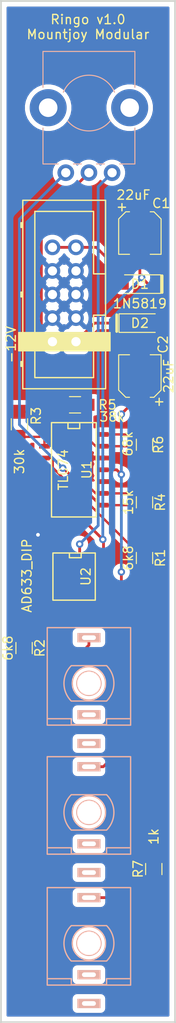
<source format=kicad_pcb>
(kicad_pcb (version 20171130) (host pcbnew "(5.1.5)-3")

  (general
    (thickness 1.6)
    (drawings 7)
    (tracks 110)
    (zones 0)
    (modules 18)
    (nets 25)
  )

  (page A4)
  (layers
    (0 F.Cu signal hide)
    (31 B.Cu signal hide)
    (32 B.Adhes user)
    (33 F.Adhes user)
    (34 B.Paste user)
    (35 F.Paste user)
    (36 B.SilkS user)
    (37 F.SilkS user)
    (38 B.Mask user)
    (39 F.Mask user)
    (40 Dwgs.User user)
    (41 Cmts.User user)
    (42 Eco1.User user)
    (43 Eco2.User user)
    (44 Edge.Cuts user)
    (45 Margin user)
    (46 B.CrtYd user)
    (47 F.CrtYd user)
    (48 B.Fab user hide)
    (49 F.Fab user)
  )

  (setup
    (last_trace_width 0.3)
    (user_trace_width 0.3)
    (trace_clearance 0.2)
    (zone_clearance 0.508)
    (zone_45_only no)
    (trace_min 0.2)
    (via_size 0.8)
    (via_drill 0.4)
    (via_min_size 0.4)
    (via_min_drill 0.3)
    (uvia_size 0.3)
    (uvia_drill 0.1)
    (uvias_allowed no)
    (uvia_min_size 0.2)
    (uvia_min_drill 0.1)
    (edge_width 0.15)
    (segment_width 0.2)
    (pcb_text_width 0.3)
    (pcb_text_size 1.5 1.5)
    (mod_edge_width 0.15)
    (mod_text_size 1 1)
    (mod_text_width 0.15)
    (pad_size 1.524 1.524)
    (pad_drill 0.762)
    (pad_to_mask_clearance 0.051)
    (solder_mask_min_width 0.25)
    (aux_axis_origin 0 0)
    (visible_elements 7FFFFF7F)
    (pcbplotparams
      (layerselection 0x010f0_ffffffff)
      (usegerberextensions false)
      (usegerberattributes false)
      (usegerberadvancedattributes false)
      (creategerberjobfile false)
      (excludeedgelayer true)
      (linewidth 0.100000)
      (plotframeref false)
      (viasonmask false)
      (mode 1)
      (useauxorigin false)
      (hpglpennumber 1)
      (hpglpenspeed 20)
      (hpglpendiameter 15.000000)
      (psnegative false)
      (psa4output false)
      (plotreference true)
      (plotvalue false)
      (plotinvisibletext false)
      (padsonsilk false)
      (subtractmaskfromsilk false)
      (outputformat 1)
      (mirror false)
      (drillshape 0)
      (scaleselection 1)
      (outputdirectory "Gerbers"))
  )

  (net 0 "")
  (net 1 "Net-(J1-Pad3)")
  (net 2 +12V)
  (net 3 GND)
  (net 4 -12V)
  (net 5 "Net-(J4-Pad2)")
  (net 6 "Net-(J4-Pad3)")
  (net 7 "Net-(R3-Pad2)")
  (net 8 "Net-(R4-Pad2)")
  (net 9 "Net-(R5-Pad2)")
  (net 10 "Net-(R6-Pad2)")
  (net 11 "Net-(J2-Pad2)")
  (net 12 "Net-(J2-Pad3)")
  (net 13 VCC)
  (net 14 VEE)
  (net 15 "Net-(J1-Pad1)")
  (net 16 "Net-(J1-Pad2)")
  (net 17 "Net-(J2-Pad1)")
  (net 18 "Net-(J4-Pad1)")
  (net 19 "Net-(R1-Pad1)")
  (net 20 "Net-(R2-Pad1)")
  (net 21 "Net-(R3-Pad1)")
  (net 22 "Net-(R5-Pad1)")
  (net 23 "Net-(RV1-Pad3)")
  (net 24 "Net-(U1-Pad6)")

  (net_class Default "This is the default net class."
    (clearance 0.2)
    (trace_width 0.25)
    (via_dia 0.8)
    (via_drill 0.4)
    (uvia_dia 0.3)
    (uvia_drill 0.1)
    (add_net +12V)
    (add_net -12V)
    (add_net GND)
    (add_net "Net-(J1-Pad1)")
    (add_net "Net-(J1-Pad2)")
    (add_net "Net-(J1-Pad3)")
    (add_net "Net-(J2-Pad1)")
    (add_net "Net-(J2-Pad2)")
    (add_net "Net-(J2-Pad3)")
    (add_net "Net-(J4-Pad1)")
    (add_net "Net-(J4-Pad2)")
    (add_net "Net-(J4-Pad3)")
    (add_net "Net-(R1-Pad1)")
    (add_net "Net-(R2-Pad1)")
    (add_net "Net-(R3-Pad1)")
    (add_net "Net-(R3-Pad2)")
    (add_net "Net-(R4-Pad2)")
    (add_net "Net-(R5-Pad1)")
    (add_net "Net-(R5-Pad2)")
    (add_net "Net-(R6-Pad2)")
    (add_net "Net-(RV1-Pad3)")
    (add_net "Net-(U1-Pad6)")
    (add_net VCC)
    (add_net VEE)
  )

  (module SMD_Packages:SOIC-8-N (layer F.Cu) (tedit 0) (tstamp 5EB96050)
    (at 143.9 99 270)
    (descr "Module Narrow CMS SOJ 8 pins large")
    (tags "CMS SOJ")
    (path /5C4117B9)
    (attr smd)
    (fp_text reference U2 (at 0 -1.27 90) (layer F.SilkS)
      (effects (font (size 1 1) (thickness 0.15)))
    )
    (fp_text value AD633_DIP (at -0.1 5.1 90) (layer F.SilkS)
      (effects (font (size 1 1) (thickness 0.15)))
    )
    (fp_line (start -2.54 -2.286) (end 2.54 -2.286) (layer F.SilkS) (width 0.15))
    (fp_line (start 2.54 -2.286) (end 2.54 2.286) (layer F.SilkS) (width 0.15))
    (fp_line (start 2.54 2.286) (end -2.54 2.286) (layer F.SilkS) (width 0.15))
    (fp_line (start -2.54 2.286) (end -2.54 -2.286) (layer F.SilkS) (width 0.15))
    (fp_line (start -2.54 -0.762) (end -2.032 -0.762) (layer F.SilkS) (width 0.15))
    (fp_line (start -2.032 -0.762) (end -2.032 0.508) (layer F.SilkS) (width 0.15))
    (fp_line (start -2.032 0.508) (end -2.54 0.508) (layer F.SilkS) (width 0.15))
    (pad 8 smd rect (at -1.905 -3.175 270) (size 0.508 1.143) (layers F.Cu F.Paste F.Mask)
      (net 13 VCC))
    (pad 7 smd rect (at -0.635 -3.175 270) (size 0.508 1.143) (layers F.Cu F.Paste F.Mask)
      (net 23 "Net-(RV1-Pad3)"))
    (pad 6 smd rect (at 0.635 -3.175 270) (size 0.508 1.143) (layers F.Cu F.Paste F.Mask)
      (net 3 GND))
    (pad 5 smd rect (at 1.905 -3.175 270) (size 0.508 1.143) (layers F.Cu F.Paste F.Mask)
      (net 14 VEE))
    (pad 4 smd rect (at 1.905 3.175 270) (size 0.508 1.143) (layers F.Cu F.Paste F.Mask)
      (net 24 "Net-(U1-Pad6)"))
    (pad 3 smd rect (at 0.635 3.175 270) (size 0.508 1.143) (layers F.Cu F.Paste F.Mask)
      (net 3 GND))
    (pad 2 smd rect (at -0.635 3.175 270) (size 0.508 1.143) (layers F.Cu F.Paste F.Mask)
      (net 7 "Net-(R3-Pad2)"))
    (pad 1 smd rect (at -1.905 3.175 270) (size 0.508 1.143) (layers F.Cu F.Paste F.Mask)
      (net 3 GND))
    (model SMD_Packages.3dshapes/SOIC-8-N.wrl
      (at (xyz 0 0 0))
      (scale (xyz 0.5 0.38 0.5))
      (rotate (xyz 0 0 0))
    )
  )

  (module SMD_Packages:SOIC-14_N (layer F.Cu) (tedit 0) (tstamp 5EB9604D)
    (at 144 87.5 270)
    (descr "Module CMS SOJ 14 pins Large")
    (tags "CMS SOJ")
    (path /5C40F6C7)
    (attr smd)
    (fp_text reference U1 (at 0 -1.27 90) (layer F.SilkS)
      (effects (font (size 1 1) (thickness 0.15)))
    )
    (fp_text value TL074 (at 0 1.27 90) (layer F.SilkS)
      (effects (font (size 1 1) (thickness 0.15)))
    )
    (fp_line (start 5.08 -2.286) (end 5.08 2.54) (layer F.SilkS) (width 0.15))
    (fp_line (start 5.08 2.54) (end -5.08 2.54) (layer F.SilkS) (width 0.15))
    (fp_line (start -5.08 2.54) (end -5.08 -2.286) (layer F.SilkS) (width 0.15))
    (fp_line (start -5.08 -2.286) (end 5.08 -2.286) (layer F.SilkS) (width 0.15))
    (fp_line (start -5.08 -0.508) (end -4.445 -0.508) (layer F.SilkS) (width 0.15))
    (fp_line (start -4.445 -0.508) (end -4.445 0.762) (layer F.SilkS) (width 0.15))
    (fp_line (start -4.445 0.762) (end -5.08 0.762) (layer F.SilkS) (width 0.15))
    (pad 1 smd rect (at -3.81 3.302 270) (size 0.508 1.143) (layers F.Cu F.Paste F.Mask)
      (net 7 "Net-(R3-Pad2)"))
    (pad 2 smd rect (at -2.54 3.302 270) (size 0.508 1.143) (layers F.Cu F.Paste F.Mask)
      (net 7 "Net-(R3-Pad2)"))
    (pad 3 smd rect (at -1.27 3.302 270) (size 0.508 1.143) (layers F.Cu F.Paste F.Mask)
      (net 19 "Net-(R1-Pad1)"))
    (pad 4 smd rect (at 0 3.302 270) (size 0.508 1.143) (layers F.Cu F.Paste F.Mask)
      (net 13 VCC))
    (pad 5 smd rect (at 1.27 3.302 270) (size 0.508 1.143) (layers F.Cu F.Paste F.Mask)
      (net 20 "Net-(R2-Pad1)"))
    (pad 6 smd rect (at 2.54 3.302 270) (size 0.508 1.143) (layers F.Cu F.Paste F.Mask)
      (net 24 "Net-(U1-Pad6)"))
    (pad 7 smd rect (at 3.81 3.302 270) (size 0.508 1.143) (layers F.Cu F.Paste F.Mask)
      (net 24 "Net-(U1-Pad6)"))
    (pad 8 smd rect (at 3.81 -3.048 270) (size 0.508 1.143) (layers F.Cu F.Paste F.Mask)
      (net 8 "Net-(R4-Pad2)"))
    (pad 9 smd rect (at 2.54 -3.048 270) (size 0.508 1.143) (layers F.Cu F.Paste F.Mask)
      (net 21 "Net-(R3-Pad1)"))
    (pad 11 smd rect (at 0 -3.048 270) (size 0.508 1.143) (layers F.Cu F.Paste F.Mask)
      (net 14 VEE))
    (pad 12 smd rect (at -1.27 -3.048 270) (size 0.508 1.143) (layers F.Cu F.Paste F.Mask)
      (net 3 GND))
    (pad 13 smd rect (at -2.54 -3.048 270) (size 0.508 1.143) (layers F.Cu F.Paste F.Mask)
      (net 22 "Net-(R5-Pad1)"))
    (pad 14 smd rect (at -3.81 -3.048 270) (size 0.508 1.143) (layers F.Cu F.Paste F.Mask)
      (net 10 "Net-(R6-Pad2)"))
    (pad 10 smd rect (at 1.27 -3.048 270) (size 0.508 1.143) (layers F.Cu F.Paste F.Mask)
      (net 3 GND))
    (model SMD_Packages.3dshapes/SOIC-14_N.wrl
      (at (xyz 0 0 0))
      (scale (xyz 0.5 0.4 0.5))
      (rotate (xyz 0 0 0))
    )
  )

  (module Custom_Footprints:Alpha_9mm_Potentiometer (layer B.Cu) (tedit 5C9CCDD6) (tstamp 5EB9604A)
    (at 143 55.5 90)
    (descr "Potentiometer, horizontally mounted, Omeg PC16PU, Omeg PC16PU, Omeg PC16PU, Vishay/Spectrol 248GJ/249GJ Single, Vishay/Spectrol 248GJ/249GJ Single, Vishay/Spectrol 248GJ/249GJ Single, Vishay/Spectrol 248GH/249GH Single, Vishay/Spectrol 148/149 Single, Vishay/Spectrol 148/149 Single, Vishay/Spectrol 148/149 Single, Vishay/Spectrol 148A/149A Single with mounting plates, Vishay/Spectrol 148/149 Double, Vishay/Spectrol 148A/149A Double with mounting plates, Piher PC-16 Single, Piher PC-16 Single, Piher PC-16 Single, Piher PC-16SV Single, Piher PC-16 Double, Piher PC-16 Triple, Piher T16H Single, Piher T16L Single, Piher T16H Double, Alps RK163 Single, Alps RK163 Double, Alps RK097 Single, Alps RK097 Double, Bourns PTV09A-2 Single with mounting sleve Single, Bourns PTV09A-1 with mounting sleve Single, Bourns PRS11S Single, Alps RK09K Single with mounting sleve Single, Alps RK09K with mounting sleve Single, http://www.alps.com/prod/info/E/HTML/Potentiometer/RotaryPotentiometers/RK09K/RK09D1130C1B.html")
    (tags "Potentiometer horizontal  Omeg PC16PU  Omeg PC16PU  Omeg PC16PU  Vishay/Spectrol 248GJ/249GJ Single  Vishay/Spectrol 248GJ/249GJ Single  Vishay/Spectrol 248GJ/249GJ Single  Vishay/Spectrol 248GH/249GH Single  Vishay/Spectrol 148/149 Single  Vishay/Spectrol 148/149 Single  Vishay/Spectrol 148/149 Single  Vishay/Spectrol 148A/149A Single with mounting plates  Vishay/Spectrol 148/149 Double  Vishay/Spectrol 148A/149A Double with mounting plates  Piher PC-16 Single  Piher PC-16 Single  Piher PC-16 Single  Piher PC-16SV Single  Piher PC-16 Double  Piher PC-16 Triple  Piher T16H Single  Piher T16L Single  Piher T16H Double  Alps RK163 Single  Alps RK163 Double  Alps RK097 Single  Alps RK097 Double  Bourns PTV09A-2 Single with mounting sleve Single  Bourns PTV09A-1 with mounting sleve Single  Bourns PRS11S Single  Alps RK09K Single with mounting sleve Single  Alps RK09K with mounting sleve Single")
    (path /5EB9B519)
    (fp_text reference RV1 (at -2.54 2.54 180) (layer B.SilkS) hide
      (effects (font (size 1 1) (thickness 0.15)) (justify mirror))
    )
    (fp_text value 10k (at 6.05 -5.15 270) (layer B.Fab)
      (effects (font (size 1 1) (thickness 0.15)) (justify mirror))
    )
    (fp_line (start 13.25 9.15) (end -1.15 9.15) (layer B.CrtYd) (width 0.05))
    (fp_line (start 13.25 -4.15) (end 13.25 9.15) (layer B.CrtYd) (width 0.05))
    (fp_line (start -1.15 -4.15) (end 13.25 -4.15) (layer B.CrtYd) (width 0.05))
    (fp_line (start -1.15 9.15) (end -1.15 -4.15) (layer B.CrtYd) (width 0.05))
    (fp_line (start 13.06 7.461) (end 13.06 -2.46) (layer B.SilkS) (width 0.12))
    (fp_line (start 0.94 -0.825) (end 0.94 -2.46) (layer B.SilkS) (width 0.12))
    (fp_line (start 0.94 1.675) (end 0.94 0.825) (layer B.SilkS) (width 0.12))
    (fp_line (start 0.94 4.175) (end 0.94 3.325) (layer B.SilkS) (width 0.12))
    (fp_line (start 0.94 7.461) (end 0.94 5.825) (layer B.SilkS) (width 0.12))
    (fp_line (start 9.195 -2.46) (end 13.06 -2.46) (layer B.SilkS) (width 0.12))
    (fp_line (start 0.94 -2.46) (end 4.806 -2.46) (layer B.SilkS) (width 0.12))
    (fp_line (start 9.195 7.461) (end 13.06 7.461) (layer B.SilkS) (width 0.12))
    (fp_line (start 0.94 7.461) (end 4.806 7.461) (layer B.SilkS) (width 0.12))
    (fp_line (start 13 7.4) (end 1 7.4) (layer B.Fab) (width 0.1))
    (fp_line (start 13 -2.4) (end 13 7.4) (layer B.Fab) (width 0.1))
    (fp_line (start 1 -2.4) (end 13 -2.4) (layer B.Fab) (width 0.1))
    (fp_line (start 1 7.4) (end 1 -2.4) (layer B.Fab) (width 0.1))
    (fp_circle (center 7.5 2.5) (end 10.5 2.5) (layer B.Fab) (width 0.1))
    (fp_circle (center 7.5 2.5) (end 10.75 2.5) (layer B.Fab) (width 0.1))
    (fp_arc (start 7.5 2.5) (end 5.572 4.798) (angle 100) (layer B.SilkS) (width 0.12))
    (fp_arc (start 7.5 2.5) (end 8.673 -0.262) (angle 134) (layer B.SilkS) (width 0.12))
    (pad 0 np_thru_hole circle (at 7 -1.9 90) (size 4 4) (drill 2) (layers *.Cu *.Mask))
    (pad 0 np_thru_hole circle (at 7 6.9 90) (size 4 4) (drill 2) (layers *.Cu *.Mask))
    (pad 1 thru_hole circle (at 0 0 90) (size 1.8 1.8) (drill 1) (layers *.Cu *.Mask)
      (net 8 "Net-(R4-Pad2)"))
    (pad 2 thru_hole circle (at 0 2.5 90) (size 1.8 1.8) (drill 1) (layers *.Cu *.Mask)
      (net 9 "Net-(R5-Pad2)"))
    (pad 3 thru_hole circle (at 0 5 90) (size 1.8 1.8) (drill 1) (layers *.Cu *.Mask)
      (net 23 "Net-(RV1-Pad3)"))
    (model Potentiometers.3dshapes/Potentiometer_Alps_RK09K_Horizontal.wrl
      (at (xyz 0 0 0))
      (scale (xyz 0.393701 0.393701 0.393701))
      (rotate (xyz 0 0 0))
    )
    (model D:/docs/kiCad/Custom_Footprints.pretty/3dmodels/ALPHA-RD901F-40.step
      (offset (xyz 7.3 2.5 0))
      (scale (xyz 1 1 1))
      (rotate (xyz 0 0 90))
    )
  )

  (module Resistors_SMD:R_0805_HandSoldering (layer F.Cu) (tedit 58E0A804) (tstamp 5EB9602C)
    (at 152.5 130.5 90)
    (descr "Resistor SMD 0805, hand soldering")
    (tags "resistor 0805")
    (path /5C424078)
    (attr smd)
    (fp_text reference R7 (at 0 -1.7 90) (layer F.SilkS)
      (effects (font (size 1 1) (thickness 0.15)))
    )
    (fp_text value 1k (at 3.5 0 90) (layer F.SilkS)
      (effects (font (size 1 1) (thickness 0.15)))
    )
    (fp_text user %R (at 0 0 90) (layer F.Fab)
      (effects (font (size 0.5 0.5) (thickness 0.075)))
    )
    (fp_line (start -1 0.62) (end -1 -0.62) (layer F.Fab) (width 0.1))
    (fp_line (start 1 0.62) (end -1 0.62) (layer F.Fab) (width 0.1))
    (fp_line (start 1 -0.62) (end 1 0.62) (layer F.Fab) (width 0.1))
    (fp_line (start -1 -0.62) (end 1 -0.62) (layer F.Fab) (width 0.1))
    (fp_line (start 0.6 0.88) (end -0.6 0.88) (layer F.SilkS) (width 0.12))
    (fp_line (start -0.6 -0.88) (end 0.6 -0.88) (layer F.SilkS) (width 0.12))
    (fp_line (start -2.35 -0.9) (end 2.35 -0.9) (layer F.CrtYd) (width 0.05))
    (fp_line (start -2.35 -0.9) (end -2.35 0.9) (layer F.CrtYd) (width 0.05))
    (fp_line (start 2.35 0.9) (end 2.35 -0.9) (layer F.CrtYd) (width 0.05))
    (fp_line (start 2.35 0.9) (end -2.35 0.9) (layer F.CrtYd) (width 0.05))
    (pad 1 smd rect (at -1.35 0 90) (size 1.5 1.3) (layers F.Cu F.Paste F.Mask)
      (net 6 "Net-(J4-Pad3)"))
    (pad 2 smd rect (at 1.35 0 90) (size 1.5 1.3) (layers F.Cu F.Paste F.Mask)
      (net 10 "Net-(R6-Pad2)"))
    (model ${KISYS3DMOD}/Resistors_SMD.3dshapes/R_0805.wrl
      (at (xyz 0 0 0))
      (scale (xyz 1 1 1))
      (rotate (xyz 0 0 0))
    )
  )

  (module Resistors_SMD:R_0805_HandSoldering (layer F.Cu) (tedit 58E0A804) (tstamp 5EB9675C)
    (at 151.5 84.8 90)
    (descr "Resistor SMD 0805, hand soldering")
    (tags "resistor 0805")
    (path /5C421922)
    (attr smd)
    (fp_text reference R6 (at 0 1.5 90) (layer F.SilkS)
      (effects (font (size 1 1) (thickness 0.15)))
    )
    (fp_text value 68k (at 0.1 -1.8 90) (layer F.SilkS)
      (effects (font (size 1 1) (thickness 0.15)))
    )
    (fp_text user %R (at 0 0 90) (layer F.Fab)
      (effects (font (size 0.5 0.5) (thickness 0.075)))
    )
    (fp_line (start -1 0.62) (end -1 -0.62) (layer F.Fab) (width 0.1))
    (fp_line (start 1 0.62) (end -1 0.62) (layer F.Fab) (width 0.1))
    (fp_line (start 1 -0.62) (end 1 0.62) (layer F.Fab) (width 0.1))
    (fp_line (start -1 -0.62) (end 1 -0.62) (layer F.Fab) (width 0.1))
    (fp_line (start 0.6 0.88) (end -0.6 0.88) (layer F.SilkS) (width 0.12))
    (fp_line (start -0.6 -0.88) (end 0.6 -0.88) (layer F.SilkS) (width 0.12))
    (fp_line (start -2.35 -0.9) (end 2.35 -0.9) (layer F.CrtYd) (width 0.05))
    (fp_line (start -2.35 -0.9) (end -2.35 0.9) (layer F.CrtYd) (width 0.05))
    (fp_line (start 2.35 0.9) (end 2.35 -0.9) (layer F.CrtYd) (width 0.05))
    (fp_line (start 2.35 0.9) (end -2.35 0.9) (layer F.CrtYd) (width 0.05))
    (pad 1 smd rect (at -1.35 0 90) (size 1.5 1.3) (layers F.Cu F.Paste F.Mask)
      (net 22 "Net-(R5-Pad1)"))
    (pad 2 smd rect (at 1.35 0 90) (size 1.5 1.3) (layers F.Cu F.Paste F.Mask)
      (net 10 "Net-(R6-Pad2)"))
    (model ${KISYS3DMOD}/Resistors_SMD.3dshapes/R_0805.wrl
      (at (xyz 0 0 0))
      (scale (xyz 1 1 1))
      (rotate (xyz 0 0 0))
    )
  )

  (module Resistors_SMD:R_0805_HandSoldering (layer F.Cu) (tedit 58E0A804) (tstamp 5EB96026)
    (at 144 80.5 180)
    (descr "Resistor SMD 0805, hand soldering")
    (tags "resistor 0805")
    (path /5C526CB4)
    (attr smd)
    (fp_text reference R5 (at -3.5 0) (layer F.SilkS)
      (effects (font (size 1 1) (thickness 0.15)))
    )
    (fp_text value 38k (at -4 -1.3) (layer F.SilkS)
      (effects (font (size 1 1) (thickness 0.15)))
    )
    (fp_text user %R (at 0 0) (layer F.Fab)
      (effects (font (size 0.5 0.5) (thickness 0.075)))
    )
    (fp_line (start -1 0.62) (end -1 -0.62) (layer F.Fab) (width 0.1))
    (fp_line (start 1 0.62) (end -1 0.62) (layer F.Fab) (width 0.1))
    (fp_line (start 1 -0.62) (end 1 0.62) (layer F.Fab) (width 0.1))
    (fp_line (start -1 -0.62) (end 1 -0.62) (layer F.Fab) (width 0.1))
    (fp_line (start 0.6 0.88) (end -0.6 0.88) (layer F.SilkS) (width 0.12))
    (fp_line (start -0.6 -0.88) (end 0.6 -0.88) (layer F.SilkS) (width 0.12))
    (fp_line (start -2.35 -0.9) (end 2.35 -0.9) (layer F.CrtYd) (width 0.05))
    (fp_line (start -2.35 -0.9) (end -2.35 0.9) (layer F.CrtYd) (width 0.05))
    (fp_line (start 2.35 0.9) (end 2.35 -0.9) (layer F.CrtYd) (width 0.05))
    (fp_line (start 2.35 0.9) (end -2.35 0.9) (layer F.CrtYd) (width 0.05))
    (pad 1 smd rect (at -1.35 0 180) (size 1.5 1.3) (layers F.Cu F.Paste F.Mask)
      (net 22 "Net-(R5-Pad1)"))
    (pad 2 smd rect (at 1.35 0 180) (size 1.5 1.3) (layers F.Cu F.Paste F.Mask)
      (net 9 "Net-(R5-Pad2)"))
    (model ${KISYS3DMOD}/Resistors_SMD.3dshapes/R_0805.wrl
      (at (xyz 0 0 0))
      (scale (xyz 1 1 1))
      (rotate (xyz 0 0 0))
    )
  )

  (module Resistors_SMD:R_0805_HandSoldering (layer F.Cu) (tedit 58E0A804) (tstamp 5EB96023)
    (at 151.5 91 270)
    (descr "Resistor SMD 0805, hand soldering")
    (tags "resistor 0805")
    (path /5C42AF10)
    (attr smd)
    (fp_text reference R4 (at 0 -1.7 90) (layer F.SilkS)
      (effects (font (size 1 1) (thickness 0.15)))
    )
    (fp_text value 15k (at 0 1.75 90) (layer F.SilkS)
      (effects (font (size 1 1) (thickness 0.15)))
    )
    (fp_text user %R (at 0 0 90) (layer F.Fab)
      (effects (font (size 0.5 0.5) (thickness 0.075)))
    )
    (fp_line (start -1 0.62) (end -1 -0.62) (layer F.Fab) (width 0.1))
    (fp_line (start 1 0.62) (end -1 0.62) (layer F.Fab) (width 0.1))
    (fp_line (start 1 -0.62) (end 1 0.62) (layer F.Fab) (width 0.1))
    (fp_line (start -1 -0.62) (end 1 -0.62) (layer F.Fab) (width 0.1))
    (fp_line (start 0.6 0.88) (end -0.6 0.88) (layer F.SilkS) (width 0.12))
    (fp_line (start -0.6 -0.88) (end 0.6 -0.88) (layer F.SilkS) (width 0.12))
    (fp_line (start -2.35 -0.9) (end 2.35 -0.9) (layer F.CrtYd) (width 0.05))
    (fp_line (start -2.35 -0.9) (end -2.35 0.9) (layer F.CrtYd) (width 0.05))
    (fp_line (start 2.35 0.9) (end 2.35 -0.9) (layer F.CrtYd) (width 0.05))
    (fp_line (start 2.35 0.9) (end -2.35 0.9) (layer F.CrtYd) (width 0.05))
    (pad 1 smd rect (at -1.35 0 270) (size 1.5 1.3) (layers F.Cu F.Paste F.Mask)
      (net 21 "Net-(R3-Pad1)"))
    (pad 2 smd rect (at 1.35 0 270) (size 1.5 1.3) (layers F.Cu F.Paste F.Mask)
      (net 8 "Net-(R4-Pad2)"))
    (model ${KISYS3DMOD}/Resistors_SMD.3dshapes/R_0805.wrl
      (at (xyz 0 0 0))
      (scale (xyz 1 1 1))
      (rotate (xyz 0 0 0))
    )
  )

  (module Resistors_SMD:R_0805_HandSoldering (layer F.Cu) (tedit 58E0A804) (tstamp 5EB96020)
    (at 138 82.6 270)
    (descr "Resistor SMD 0805, hand soldering")
    (tags "resistor 0805")
    (path /5C426E90)
    (attr smd)
    (fp_text reference R3 (at -0.9 -1.8 90) (layer F.SilkS)
      (effects (font (size 1 1) (thickness 0.15)))
    )
    (fp_text value 30k (at 4 0 90) (layer F.SilkS)
      (effects (font (size 1 1) (thickness 0.15)))
    )
    (fp_text user %R (at 0 0 90) (layer F.Fab)
      (effects (font (size 0.5 0.5) (thickness 0.075)))
    )
    (fp_line (start -1 0.62) (end -1 -0.62) (layer F.Fab) (width 0.1))
    (fp_line (start 1 0.62) (end -1 0.62) (layer F.Fab) (width 0.1))
    (fp_line (start 1 -0.62) (end 1 0.62) (layer F.Fab) (width 0.1))
    (fp_line (start -1 -0.62) (end 1 -0.62) (layer F.Fab) (width 0.1))
    (fp_line (start 0.6 0.88) (end -0.6 0.88) (layer F.SilkS) (width 0.12))
    (fp_line (start -0.6 -0.88) (end 0.6 -0.88) (layer F.SilkS) (width 0.12))
    (fp_line (start -2.35 -0.9) (end 2.35 -0.9) (layer F.CrtYd) (width 0.05))
    (fp_line (start -2.35 -0.9) (end -2.35 0.9) (layer F.CrtYd) (width 0.05))
    (fp_line (start 2.35 0.9) (end 2.35 -0.9) (layer F.CrtYd) (width 0.05))
    (fp_line (start 2.35 0.9) (end -2.35 0.9) (layer F.CrtYd) (width 0.05))
    (pad 1 smd rect (at -1.35 0 270) (size 1.5 1.3) (layers F.Cu F.Paste F.Mask)
      (net 21 "Net-(R3-Pad1)"))
    (pad 2 smd rect (at 1.35 0 270) (size 1.5 1.3) (layers F.Cu F.Paste F.Mask)
      (net 7 "Net-(R3-Pad2)"))
    (model ${KISYS3DMOD}/Resistors_SMD.3dshapes/R_0805.wrl
      (at (xyz 0 0 0))
      (scale (xyz 1 1 1))
      (rotate (xyz 0 0 0))
    )
  )

  (module Resistors_SMD:R_0805_HandSoldering (layer F.Cu) (tedit 58E0A804) (tstamp 5EB9601D)
    (at 138.5 106.7 270)
    (descr "Resistor SMD 0805, hand soldering")
    (tags "resistor 0805")
    (path /5C411B13)
    (attr smd)
    (fp_text reference R2 (at 0 -1.7 90) (layer F.SilkS)
      (effects (font (size 1 1) (thickness 0.15)))
    )
    (fp_text value 6k8 (at 0 1.75 90) (layer F.SilkS)
      (effects (font (size 1 1) (thickness 0.15)))
    )
    (fp_text user %R (at 0 0 90) (layer F.Fab)
      (effects (font (size 0.5 0.5) (thickness 0.075)))
    )
    (fp_line (start -1 0.62) (end -1 -0.62) (layer F.Fab) (width 0.1))
    (fp_line (start 1 0.62) (end -1 0.62) (layer F.Fab) (width 0.1))
    (fp_line (start 1 -0.62) (end 1 0.62) (layer F.Fab) (width 0.1))
    (fp_line (start -1 -0.62) (end 1 -0.62) (layer F.Fab) (width 0.1))
    (fp_line (start 0.6 0.88) (end -0.6 0.88) (layer F.SilkS) (width 0.12))
    (fp_line (start -0.6 -0.88) (end 0.6 -0.88) (layer F.SilkS) (width 0.12))
    (fp_line (start -2.35 -0.9) (end 2.35 -0.9) (layer F.CrtYd) (width 0.05))
    (fp_line (start -2.35 -0.9) (end -2.35 0.9) (layer F.CrtYd) (width 0.05))
    (fp_line (start 2.35 0.9) (end 2.35 -0.9) (layer F.CrtYd) (width 0.05))
    (fp_line (start 2.35 0.9) (end -2.35 0.9) (layer F.CrtYd) (width 0.05))
    (pad 1 smd rect (at -1.35 0 270) (size 1.5 1.3) (layers F.Cu F.Paste F.Mask)
      (net 20 "Net-(R2-Pad1)"))
    (pad 2 smd rect (at 1.35 0 270) (size 1.5 1.3) (layers F.Cu F.Paste F.Mask)
      (net 12 "Net-(J2-Pad3)"))
    (model ${KISYS3DMOD}/Resistors_SMD.3dshapes/R_0805.wrl
      (at (xyz 0 0 0))
      (scale (xyz 1 1 1))
      (rotate (xyz 0 0 0))
    )
  )

  (module Resistors_SMD:R_0805_HandSoldering (layer F.Cu) (tedit 58E0A804) (tstamp 5EB9601A)
    (at 151.5 97 270)
    (descr "Resistor SMD 0805, hand soldering")
    (tags "resistor 0805")
    (path /5C40F5D4)
    (attr smd)
    (fp_text reference R1 (at 0 -1.7 90) (layer F.SilkS)
      (effects (font (size 1 1) (thickness 0.15)))
    )
    (fp_text value 6k8 (at 0 1.75 90) (layer F.SilkS)
      (effects (font (size 1 1) (thickness 0.15)))
    )
    (fp_text user %R (at 0 0 90) (layer F.Fab)
      (effects (font (size 0.5 0.5) (thickness 0.075)))
    )
    (fp_line (start -1 0.62) (end -1 -0.62) (layer F.Fab) (width 0.1))
    (fp_line (start 1 0.62) (end -1 0.62) (layer F.Fab) (width 0.1))
    (fp_line (start 1 -0.62) (end 1 0.62) (layer F.Fab) (width 0.1))
    (fp_line (start -1 -0.62) (end 1 -0.62) (layer F.Fab) (width 0.1))
    (fp_line (start 0.6 0.88) (end -0.6 0.88) (layer F.SilkS) (width 0.12))
    (fp_line (start -0.6 -0.88) (end 0.6 -0.88) (layer F.SilkS) (width 0.12))
    (fp_line (start -2.35 -0.9) (end 2.35 -0.9) (layer F.CrtYd) (width 0.05))
    (fp_line (start -2.35 -0.9) (end -2.35 0.9) (layer F.CrtYd) (width 0.05))
    (fp_line (start 2.35 0.9) (end 2.35 -0.9) (layer F.CrtYd) (width 0.05))
    (fp_line (start 2.35 0.9) (end -2.35 0.9) (layer F.CrtYd) (width 0.05))
    (pad 1 smd rect (at -1.35 0 270) (size 1.5 1.3) (layers F.Cu F.Paste F.Mask)
      (net 19 "Net-(R1-Pad1)"))
    (pad 2 smd rect (at 1.35 0 270) (size 1.5 1.3) (layers F.Cu F.Paste F.Mask)
      (net 1 "Net-(J1-Pad3)"))
    (model ${KISYS3DMOD}/Resistors_SMD.3dshapes/R_0805.wrl
      (at (xyz 0 0 0))
      (scale (xyz 1 1 1))
      (rotate (xyz 0 0 0))
    )
  )

  (module Custom_Footprints:THONKICONN_hole (layer B.Cu) (tedit 5C9CD03D) (tstamp 5EB96017)
    (at 145.5 138.5 180)
    (path /5C42447E)
    (fp_text reference J4 (at 3.81 -6.35) (layer B.SilkS) hide
      (effects (font (size 1 1) (thickness 0.15)) (justify mirror))
    )
    (fp_text value Output (at 0 7.62) (layer B.Fab) hide
      (effects (font (size 1 1) (thickness 0.15)) (justify mirror))
    )
    (fp_circle (center 0 0) (end 1.3 0) (layer B.SilkS) (width 0.15))
    (fp_line (start -4.5 6) (end 4.5 6) (layer B.SilkS) (width 0.15))
    (fp_line (start -4.5 -4.5) (end 4.5 -4.5) (layer B.SilkS) (width 0.15))
    (fp_line (start -4.5 6) (end -4.5 -4.5) (layer B.SilkS) (width 0.15))
    (fp_line (start 4.5 6) (end 4.5 -4.5) (layer B.SilkS) (width 0.15))
    (fp_circle (center 0 0) (end 1.27 -1.27) (layer B.SilkS) (width 0.15))
    (fp_line (start -1.905 1.905) (end 1.905 1.905) (layer B.SilkS) (width 0.15))
    (fp_line (start 1.905 -1.905) (end -1.905 -1.905) (layer B.SilkS) (width 0.15))
    (fp_arc (start 0 0) (end -1.905 -1.905) (angle -90) (layer B.SilkS) (width 0.15))
    (fp_arc (start 0 0) (end 1.905 1.905) (angle -90) (layer B.SilkS) (width 0.15))
    (fp_line (start 1.905 -3.81) (end 4.445 -3.81) (layer B.SilkS) (width 0.15))
    (fp_line (start 1.905 -4.445) (end 1.905 -3.81) (layer B.SilkS) (width 0.15))
    (fp_line (start -1.905 -4.445) (end 1.905 -4.445) (layer B.SilkS) (width 0.15))
    (fp_line (start -1.905 -3.81) (end -1.905 -4.445) (layer B.SilkS) (width 0.15))
    (fp_line (start -4.445 -3.81) (end -1.905 -3.81) (layer B.SilkS) (width 0.15))
    (pad "" np_thru_hole circle (at 0 0 180) (size 2.5 2.5) (drill 2.5) (layers *.Cu *.Mask))
    (pad 1 thru_hole rect (at 0 -6.48 180) (size 2.5 1) (drill oval 1.5 0.5) (layers *.Cu *.Mask B.SilkS)
      (net 18 "Net-(J4-Pad1)"))
    (pad 2 thru_hole rect (at 0 -3.38 180) (size 2.5 1) (drill oval 1.5 0.5) (layers *.Cu *.Mask B.SilkS)
      (net 5 "Net-(J4-Pad2)"))
    (pad 3 thru_hole rect (at 0 4.92 180) (size 2.5 1) (drill oval 1.5 0.5) (layers *.Cu *.Mask B.SilkS)
      (net 6 "Net-(J4-Pad3)"))
    (model "D:/docs/kiCad/Custom_Footprints.pretty/3dmodels/PJ301M-12 Thonkiconn v0.2.stp"
      (offset (xyz 0 0.7 0))
      (scale (xyz 1 1 1))
      (rotate (xyz 0 0 0))
    )
  )

  (module Custom_Footprints:Eurorack_10_pin_header (layer F.Cu) (tedit 5D6FDA32) (tstamp 5EB96000)
    (at 144.1 73.7 90)
    (descr http://www.farnell.com/datasheets/1520732.pdf)
    (tags "connector multicomp MC9A MC9A12")
    (path /5C41372F)
    (fp_text reference J3 (at -3 -7 90) (layer F.SilkS) hide
      (effects (font (size 1 1) (thickness 0.15)))
    )
    (fp_text value Eurorack_10_pin_power (at 5.08 5 90) (layer F.Fab) hide
      (effects (font (size 1 1) (thickness 0.15)))
    )
    (fp_poly (pts (xy -1 -6.2) (xy 1 -6.2) (xy 1 3.7) (xy -1 3.7)) (layer F.SilkS) (width 0.1))
    (fp_text user -12V (at -0.3 -7 90) (layer F.SilkS)
      (effects (font (size 1 1) (thickness 0.15)))
    )
    (fp_line (start 15.75 3.7) (end -5.55 3.7) (layer F.CrtYd) (width 0.05))
    (fp_line (start 15.75 -6.25) (end 15.75 3.7) (layer F.CrtYd) (width 0.05))
    (fp_line (start -5.55 -6.25) (end 15.75 -6.25) (layer F.CrtYd) (width 0.05))
    (fp_line (start -5.55 3.7) (end -5.55 -6.25) (layer F.CrtYd) (width 0.05))
    (fp_line (start -2.65 -5.84) (end -2.15 -5.84) (layer F.SilkS) (width 0.15))
    (fp_line (start -2.15 -5.94) (end -2.15 -5.74) (layer F.SilkS) (width 0.15))
    (fp_line (start -2.65 -5.94) (end -2.15 -5.94) (layer F.SilkS) (width 0.15))
    (fp_line (start -2.65 -5.74) (end -2.65 -5.94) (layer F.SilkS) (width 0.15))
    (fp_line (start 12.31 -5.84) (end 12.81 -5.84) (layer F.SilkS) (width 0.15))
    (fp_line (start 12.81 -5.94) (end 12.81 -5.74) (layer F.SilkS) (width 0.15))
    (fp_line (start 12.31 -5.94) (end 12.81 -5.94) (layer F.SilkS) (width 0.15))
    (fp_line (start 12.31 -5.74) (end 12.31 -5.94) (layer F.SilkS) (width 0.15))
    (fp_line (start 4.83 -5.84) (end 5.33 -5.84) (layer F.SilkS) (width 0.15))
    (fp_line (start 5.33 -5.94) (end 5.33 -5.74) (layer F.SilkS) (width 0.15))
    (fp_line (start 4.83 -5.94) (end 5.33 -5.94) (layer F.SilkS) (width 0.15))
    (fp_line (start 4.83 -5.74) (end 4.83 -5.94) (layer F.SilkS) (width 0.15))
    (fp_line (start 7.305 1.9) (end 7.305 3.2) (layer F.SilkS) (width 0.15))
    (fp_line (start 14.03 1.9) (end 7.305 1.9) (layer F.SilkS) (width 0.15))
    (fp_line (start 14.03 -4.44) (end 14.03 1.9) (layer F.SilkS) (width 0.15))
    (fp_line (start -3.87 -4.44) (end 14.03 -4.44) (layer F.SilkS) (width 0.15))
    (fp_line (start -3.87 1.9) (end -3.87 -4.44) (layer F.SilkS) (width 0.15))
    (fp_line (start 2.855 1.9) (end -3.87 1.9) (layer F.SilkS) (width 0.15))
    (fp_line (start 2.855 3.2) (end 2.855 1.9) (layer F.SilkS) (width 0.15))
    (fp_line (start 15.23 3.2) (end -5.07 3.2) (layer F.SilkS) (width 0.15))
    (fp_line (start 15.23 -5.74) (end 15.23 3.2) (layer F.SilkS) (width 0.15))
    (fp_line (start -5.07 -5.74) (end 15.23 -5.74) (layer F.SilkS) (width 0.15))
    (fp_line (start -5.07 3.2) (end -5.07 -5.74) (layer F.SilkS) (width 0.15))
    (pad 10 thru_hole circle (at 10.16 -2.54 90) (size 1.7 1.7) (drill 1) (layers *.Cu *.Mask)
      (net 2 +12V))
    (pad 9 thru_hole circle (at 10.16 0 90) (size 1.7 1.7) (drill 1) (layers *.Cu *.Mask)
      (net 2 +12V))
    (pad 8 thru_hole circle (at 7.62 -2.54 90) (size 1.7 1.7) (drill 1) (layers *.Cu *.Mask)
      (net 3 GND))
    (pad 7 thru_hole circle (at 7.62 0 90) (size 1.7 1.7) (drill 1) (layers *.Cu *.Mask)
      (net 3 GND))
    (pad 6 thru_hole circle (at 5.08 -2.54 90) (size 1.7 1.7) (drill 1) (layers *.Cu *.Mask)
      (net 3 GND))
    (pad 5 thru_hole circle (at 5.08 0 90) (size 1.7 1.7) (drill 1) (layers *.Cu *.Mask)
      (net 3 GND))
    (pad 4 thru_hole circle (at 2.54 -2.54 90) (size 1.7 1.7) (drill 1) (layers *.Cu *.Mask)
      (net 3 GND))
    (pad 3 thru_hole circle (at 2.54 0 90) (size 1.7 1.7) (drill 1) (layers *.Cu *.Mask)
      (net 3 GND))
    (pad 2 thru_hole circle (at 0 -2.54 90) (size 1.7 1.7) (drill 1) (layers *.Cu *.Mask)
      (net 4 -12V))
    (pad 1 thru_hole rect (at 0 0 90) (size 1.7 1.7) (drill 1) (layers *.Cu *.Mask)
      (net 4 -12V))
  )

  (module Custom_Footprints:THONKICONN_hole (layer B.Cu) (tedit 5C9CD03D) (tstamp 5EB95FD5)
    (at 145.5 110.5 180)
    (path /5C411B0D)
    (fp_text reference J2 (at 3.81 -6.35) (layer B.SilkS) hide
      (effects (font (size 1 1) (thickness 0.15)) (justify mirror))
    )
    (fp_text value Carrier_Input (at 0 7.62) (layer B.Fab) hide
      (effects (font (size 1 1) (thickness 0.15)) (justify mirror))
    )
    (fp_circle (center 0 0) (end 1.3 0) (layer B.SilkS) (width 0.15))
    (fp_line (start -4.5 6) (end 4.5 6) (layer B.SilkS) (width 0.15))
    (fp_line (start -4.5 -4.5) (end 4.5 -4.5) (layer B.SilkS) (width 0.15))
    (fp_line (start -4.5 6) (end -4.5 -4.5) (layer B.SilkS) (width 0.15))
    (fp_line (start 4.5 6) (end 4.5 -4.5) (layer B.SilkS) (width 0.15))
    (fp_circle (center 0 0) (end 1.27 -1.27) (layer B.SilkS) (width 0.15))
    (fp_line (start -1.905 1.905) (end 1.905 1.905) (layer B.SilkS) (width 0.15))
    (fp_line (start 1.905 -1.905) (end -1.905 -1.905) (layer B.SilkS) (width 0.15))
    (fp_arc (start 0 0) (end -1.905 -1.905) (angle -90) (layer B.SilkS) (width 0.15))
    (fp_arc (start 0 0) (end 1.905 1.905) (angle -90) (layer B.SilkS) (width 0.15))
    (fp_line (start 1.905 -3.81) (end 4.445 -3.81) (layer B.SilkS) (width 0.15))
    (fp_line (start 1.905 -4.445) (end 1.905 -3.81) (layer B.SilkS) (width 0.15))
    (fp_line (start -1.905 -4.445) (end 1.905 -4.445) (layer B.SilkS) (width 0.15))
    (fp_line (start -1.905 -3.81) (end -1.905 -4.445) (layer B.SilkS) (width 0.15))
    (fp_line (start -4.445 -3.81) (end -1.905 -3.81) (layer B.SilkS) (width 0.15))
    (pad "" np_thru_hole circle (at 0 0 180) (size 2.5 2.5) (drill 2.5) (layers *.Cu *.Mask))
    (pad 1 thru_hole rect (at 0 -6.48 180) (size 2.5 1) (drill oval 1.5 0.5) (layers *.Cu *.Mask B.SilkS)
      (net 17 "Net-(J2-Pad1)"))
    (pad 2 thru_hole rect (at 0 -3.38 180) (size 2.5 1) (drill oval 1.5 0.5) (layers *.Cu *.Mask B.SilkS)
      (net 11 "Net-(J2-Pad2)"))
    (pad 3 thru_hole rect (at 0 4.92 180) (size 2.5 1) (drill oval 1.5 0.5) (layers *.Cu *.Mask B.SilkS)
      (net 12 "Net-(J2-Pad3)"))
    (model "D:/docs/kiCad/Custom_Footprints.pretty/3dmodels/PJ301M-12 Thonkiconn v0.2.stp"
      (offset (xyz 0 0.7 0))
      (scale (xyz 1 1 1))
      (rotate (xyz 0 0 0))
    )
  )

  (module Custom_Footprints:THONKICONN_hole (layer B.Cu) (tedit 5C9CD03D) (tstamp 5EB95FBE)
    (at 145.5 124.4 180)
    (path /5C40F52E)
    (fp_text reference J1 (at 3.81 -6.35) (layer B.SilkS) hide
      (effects (font (size 1 1) (thickness 0.15)) (justify mirror))
    )
    (fp_text value Modulator_Input (at 0 7.62) (layer B.Fab) hide
      (effects (font (size 1 1) (thickness 0.15)) (justify mirror))
    )
    (fp_circle (center 0 0) (end 1.3 0) (layer B.SilkS) (width 0.15))
    (fp_line (start -4.5 6) (end 4.5 6) (layer B.SilkS) (width 0.15))
    (fp_line (start -4.5 -4.5) (end 4.5 -4.5) (layer B.SilkS) (width 0.15))
    (fp_line (start -4.5 6) (end -4.5 -4.5) (layer B.SilkS) (width 0.15))
    (fp_line (start 4.5 6) (end 4.5 -4.5) (layer B.SilkS) (width 0.15))
    (fp_circle (center 0 0) (end 1.27 -1.27) (layer B.SilkS) (width 0.15))
    (fp_line (start -1.905 1.905) (end 1.905 1.905) (layer B.SilkS) (width 0.15))
    (fp_line (start 1.905 -1.905) (end -1.905 -1.905) (layer B.SilkS) (width 0.15))
    (fp_arc (start 0 0) (end -1.905 -1.905) (angle -90) (layer B.SilkS) (width 0.15))
    (fp_arc (start 0 0) (end 1.905 1.905) (angle -90) (layer B.SilkS) (width 0.15))
    (fp_line (start 1.905 -3.81) (end 4.445 -3.81) (layer B.SilkS) (width 0.15))
    (fp_line (start 1.905 -4.445) (end 1.905 -3.81) (layer B.SilkS) (width 0.15))
    (fp_line (start -1.905 -4.445) (end 1.905 -4.445) (layer B.SilkS) (width 0.15))
    (fp_line (start -1.905 -3.81) (end -1.905 -4.445) (layer B.SilkS) (width 0.15))
    (fp_line (start -4.445 -3.81) (end -1.905 -3.81) (layer B.SilkS) (width 0.15))
    (pad "" np_thru_hole circle (at 0 0 180) (size 2.5 2.5) (drill 2.5) (layers *.Cu *.Mask))
    (pad 1 thru_hole rect (at 0 -6.48 180) (size 2.5 1) (drill oval 1.5 0.5) (layers *.Cu *.Mask B.SilkS)
      (net 15 "Net-(J1-Pad1)"))
    (pad 2 thru_hole rect (at 0 -3.38 180) (size 2.5 1) (drill oval 1.5 0.5) (layers *.Cu *.Mask B.SilkS)
      (net 16 "Net-(J1-Pad2)"))
    (pad 3 thru_hole rect (at 0 4.92 180) (size 2.5 1) (drill oval 1.5 0.5) (layers *.Cu *.Mask B.SilkS)
      (net 1 "Net-(J1-Pad3)"))
    (model "D:/docs/kiCad/Custom_Footprints.pretty/3dmodels/PJ301M-12 Thonkiconn v0.2.stp"
      (offset (xyz 0 0.7 0))
      (scale (xyz 1 1 1))
      (rotate (xyz 0 0 0))
    )
  )

  (module Diodes_SMD:D_SOD-123 (layer F.Cu) (tedit 58645DC7) (tstamp 5EB95FA7)
    (at 151 71.7)
    (descr SOD-123)
    (tags SOD-123)
    (path /5C418814)
    (attr smd)
    (fp_text reference D2 (at 0 0) (layer F.SilkS)
      (effects (font (size 1 1) (thickness 0.15)))
    )
    (fp_text value 1N5819 (at 0 -2.1) (layer F.SilkS)
      (effects (font (size 1 1) (thickness 0.15)))
    )
    (fp_text user %R (at 0 -2) (layer F.Fab)
      (effects (font (size 1 1) (thickness 0.15)))
    )
    (fp_line (start -2.25 -1) (end -2.25 1) (layer F.SilkS) (width 0.12))
    (fp_line (start 0.25 0) (end 0.75 0) (layer F.Fab) (width 0.1))
    (fp_line (start 0.25 0.4) (end -0.35 0) (layer F.Fab) (width 0.1))
    (fp_line (start 0.25 -0.4) (end 0.25 0.4) (layer F.Fab) (width 0.1))
    (fp_line (start -0.35 0) (end 0.25 -0.4) (layer F.Fab) (width 0.1))
    (fp_line (start -0.35 0) (end -0.35 0.55) (layer F.Fab) (width 0.1))
    (fp_line (start -0.35 0) (end -0.35 -0.55) (layer F.Fab) (width 0.1))
    (fp_line (start -0.75 0) (end -0.35 0) (layer F.Fab) (width 0.1))
    (fp_line (start -1.4 0.9) (end -1.4 -0.9) (layer F.Fab) (width 0.1))
    (fp_line (start 1.4 0.9) (end -1.4 0.9) (layer F.Fab) (width 0.1))
    (fp_line (start 1.4 -0.9) (end 1.4 0.9) (layer F.Fab) (width 0.1))
    (fp_line (start -1.4 -0.9) (end 1.4 -0.9) (layer F.Fab) (width 0.1))
    (fp_line (start -2.35 -1.15) (end 2.35 -1.15) (layer F.CrtYd) (width 0.05))
    (fp_line (start 2.35 -1.15) (end 2.35 1.15) (layer F.CrtYd) (width 0.05))
    (fp_line (start 2.35 1.15) (end -2.35 1.15) (layer F.CrtYd) (width 0.05))
    (fp_line (start -2.35 -1.15) (end -2.35 1.15) (layer F.CrtYd) (width 0.05))
    (fp_line (start -2.25 1) (end 1.65 1) (layer F.SilkS) (width 0.12))
    (fp_line (start -2.25 -1) (end 1.65 -1) (layer F.SilkS) (width 0.12))
    (pad 1 smd rect (at -1.65 0) (size 0.9 1.2) (layers F.Cu F.Paste F.Mask)
      (net 4 -12V))
    (pad 2 smd rect (at 1.65 0) (size 0.9 1.2) (layers F.Cu F.Paste F.Mask)
      (net 14 VEE))
    (model ${KISYS3DMOD}/Diodes_SMD.3dshapes/D_SOD-123.wrl
      (at (xyz 0 0 0))
      (scale (xyz 1 1 1))
      (rotate (xyz 0 0 0))
    )
  )

  (module Diodes_SMD:D_SOD-123 (layer F.Cu) (tedit 58645DC7) (tstamp 5EB95FA4)
    (at 151 67.5 180)
    (descr SOD-123)
    (tags SOD-123)
    (path /5C418238)
    (attr smd)
    (fp_text reference D1 (at 0 0) (layer F.SilkS)
      (effects (font (size 1 1) (thickness 0.15)))
    )
    (fp_text value 1N5819 (at 0 2.1) (layer F.Fab) hide
      (effects (font (size 1 1) (thickness 0.15)))
    )
    (fp_text user %R (at 0 -2) (layer F.Fab)
      (effects (font (size 1 1) (thickness 0.15)))
    )
    (fp_line (start -2.25 -1) (end -2.25 1) (layer F.SilkS) (width 0.12))
    (fp_line (start 0.25 0) (end 0.75 0) (layer F.Fab) (width 0.1))
    (fp_line (start 0.25 0.4) (end -0.35 0) (layer F.Fab) (width 0.1))
    (fp_line (start 0.25 -0.4) (end 0.25 0.4) (layer F.Fab) (width 0.1))
    (fp_line (start -0.35 0) (end 0.25 -0.4) (layer F.Fab) (width 0.1))
    (fp_line (start -0.35 0) (end -0.35 0.55) (layer F.Fab) (width 0.1))
    (fp_line (start -0.35 0) (end -0.35 -0.55) (layer F.Fab) (width 0.1))
    (fp_line (start -0.75 0) (end -0.35 0) (layer F.Fab) (width 0.1))
    (fp_line (start -1.4 0.9) (end -1.4 -0.9) (layer F.Fab) (width 0.1))
    (fp_line (start 1.4 0.9) (end -1.4 0.9) (layer F.Fab) (width 0.1))
    (fp_line (start 1.4 -0.9) (end 1.4 0.9) (layer F.Fab) (width 0.1))
    (fp_line (start -1.4 -0.9) (end 1.4 -0.9) (layer F.Fab) (width 0.1))
    (fp_line (start -2.35 -1.15) (end 2.35 -1.15) (layer F.CrtYd) (width 0.05))
    (fp_line (start 2.35 -1.15) (end 2.35 1.15) (layer F.CrtYd) (width 0.05))
    (fp_line (start 2.35 1.15) (end -2.35 1.15) (layer F.CrtYd) (width 0.05))
    (fp_line (start -2.35 -1.15) (end -2.35 1.15) (layer F.CrtYd) (width 0.05))
    (fp_line (start -2.25 1) (end 1.65 1) (layer F.SilkS) (width 0.12))
    (fp_line (start -2.25 -1) (end 1.65 -1) (layer F.SilkS) (width 0.12))
    (pad 1 smd rect (at -1.65 0 180) (size 0.9 1.2) (layers F.Cu F.Paste F.Mask)
      (net 13 VCC))
    (pad 2 smd rect (at 1.65 0 180) (size 0.9 1.2) (layers F.Cu F.Paste F.Mask)
      (net 2 +12V))
    (model ${KISYS3DMOD}/Diodes_SMD.3dshapes/D_SOD-123.wrl
      (at (xyz 0 0 0))
      (scale (xyz 1 1 1))
      (rotate (xyz 0 0 0))
    )
  )

  (module Capacitors_SMD:CP_Elec_4x5.8 (layer F.Cu) (tedit 58AA8627) (tstamp 5EB95FA1)
    (at 151 77.4 90)
    (descr "SMT capacitor, aluminium electrolytic, 4x5.8")
    (path /5C414A1F)
    (attr smd)
    (fp_text reference C2 (at 3.4 2.5 90) (layer F.SilkS)
      (effects (font (size 1 1) (thickness 0.15)))
    )
    (fp_text value 22uF (at 0 3.1 90) (layer F.SilkS)
      (effects (font (size 1 1) (thickness 0.15)))
    )
    (fp_circle (center 0 0) (end 0 2) (layer F.Fab) (width 0.1))
    (fp_text user + (at -1.12 -0.06 90) (layer F.Fab)
      (effects (font (size 1 1) (thickness 0.15)))
    )
    (fp_text user + (at -2.78 2.01 90) (layer F.SilkS)
      (effects (font (size 1 1) (thickness 0.15)))
    )
    (fp_text user %R (at 0 3.54 90) (layer F.Fab) hide
      (effects (font (size 1 1) (thickness 0.15)))
    )
    (fp_line (start 2.13 2.13) (end 2.13 -2.13) (layer F.Fab) (width 0.1))
    (fp_line (start -1.46 2.13) (end 2.13 2.13) (layer F.Fab) (width 0.1))
    (fp_line (start -2.13 1.46) (end -1.46 2.13) (layer F.Fab) (width 0.1))
    (fp_line (start -2.13 -1.46) (end -2.13 1.46) (layer F.Fab) (width 0.1))
    (fp_line (start -1.46 -2.13) (end -2.13 -1.46) (layer F.Fab) (width 0.1))
    (fp_line (start 2.13 -2.13) (end -1.46 -2.13) (layer F.Fab) (width 0.1))
    (fp_line (start -2.29 1.52) (end -2.29 1.12) (layer F.SilkS) (width 0.12))
    (fp_line (start 2.29 2.29) (end 2.29 1.12) (layer F.SilkS) (width 0.12))
    (fp_line (start 2.29 -2.29) (end 2.29 -1.12) (layer F.SilkS) (width 0.12))
    (fp_line (start -2.29 -1.52) (end -2.29 -1.12) (layer F.SilkS) (width 0.12))
    (fp_line (start -1.52 2.29) (end 2.29 2.29) (layer F.SilkS) (width 0.12))
    (fp_line (start -1.52 2.29) (end -2.29 1.52) (layer F.SilkS) (width 0.12))
    (fp_line (start -1.52 -2.29) (end 2.29 -2.29) (layer F.SilkS) (width 0.12))
    (fp_line (start -1.52 -2.29) (end -2.29 -1.52) (layer F.SilkS) (width 0.12))
    (fp_line (start -3.35 -2.39) (end 3.35 -2.39) (layer F.CrtYd) (width 0.05))
    (fp_line (start -3.35 -2.39) (end -3.35 2.38) (layer F.CrtYd) (width 0.05))
    (fp_line (start 3.35 2.38) (end 3.35 -2.39) (layer F.CrtYd) (width 0.05))
    (fp_line (start 3.35 2.38) (end -3.35 2.38) (layer F.CrtYd) (width 0.05))
    (pad 1 smd rect (at -1.8 0 270) (size 2.6 1.6) (layers F.Cu F.Paste F.Mask)
      (net 14 VEE))
    (pad 2 smd rect (at 1.8 0 270) (size 2.6 1.6) (layers F.Cu F.Paste F.Mask)
      (net 3 GND))
    (model Capacitors_SMD.3dshapes/CP_Elec_4x5.8.wrl
      (at (xyz 0 0 0))
      (scale (xyz 1 1 1))
      (rotate (xyz 0 0 180))
    )
  )

  (module Capacitors_SMD:CP_Elec_4x5.8 (layer F.Cu) (tedit 58AA8627) (tstamp 5EB95F9E)
    (at 151 62 270)
    (descr "SMT capacitor, aluminium electrolytic, 4x5.8")
    (path /5C413BDB)
    (attr smd)
    (fp_text reference C1 (at -3.2 -2.3 180) (layer F.SilkS)
      (effects (font (size 1 1) (thickness 0.15)))
    )
    (fp_text value 22uF (at -4.1 0.7 180) (layer F.SilkS)
      (effects (font (size 1 1) (thickness 0.15)))
    )
    (fp_circle (center 0 0) (end 0 2) (layer F.Fab) (width 0.1))
    (fp_text user + (at -1.12 -0.06 90) (layer F.Fab)
      (effects (font (size 1 1) (thickness 0.15)))
    )
    (fp_text user + (at -2.78 2.01 90) (layer F.SilkS)
      (effects (font (size 1 1) (thickness 0.15)))
    )
    (fp_text user %R (at 0 3.54 90) (layer F.Fab) hide
      (effects (font (size 1 1) (thickness 0.15)))
    )
    (fp_line (start 2.13 2.13) (end 2.13 -2.13) (layer F.Fab) (width 0.1))
    (fp_line (start -1.46 2.13) (end 2.13 2.13) (layer F.Fab) (width 0.1))
    (fp_line (start -2.13 1.46) (end -1.46 2.13) (layer F.Fab) (width 0.1))
    (fp_line (start -2.13 -1.46) (end -2.13 1.46) (layer F.Fab) (width 0.1))
    (fp_line (start -1.46 -2.13) (end -2.13 -1.46) (layer F.Fab) (width 0.1))
    (fp_line (start 2.13 -2.13) (end -1.46 -2.13) (layer F.Fab) (width 0.1))
    (fp_line (start -2.29 1.52) (end -2.29 1.12) (layer F.SilkS) (width 0.12))
    (fp_line (start 2.29 2.29) (end 2.29 1.12) (layer F.SilkS) (width 0.12))
    (fp_line (start 2.29 -2.29) (end 2.29 -1.12) (layer F.SilkS) (width 0.12))
    (fp_line (start -2.29 -1.52) (end -2.29 -1.12) (layer F.SilkS) (width 0.12))
    (fp_line (start -1.52 2.29) (end 2.29 2.29) (layer F.SilkS) (width 0.12))
    (fp_line (start -1.52 2.29) (end -2.29 1.52) (layer F.SilkS) (width 0.12))
    (fp_line (start -1.52 -2.29) (end 2.29 -2.29) (layer F.SilkS) (width 0.12))
    (fp_line (start -1.52 -2.29) (end -2.29 -1.52) (layer F.SilkS) (width 0.12))
    (fp_line (start -3.35 -2.39) (end 3.35 -2.39) (layer F.CrtYd) (width 0.05))
    (fp_line (start -3.35 -2.39) (end -3.35 2.38) (layer F.CrtYd) (width 0.05))
    (fp_line (start 3.35 2.38) (end 3.35 -2.39) (layer F.CrtYd) (width 0.05))
    (fp_line (start 3.35 2.38) (end -3.35 2.38) (layer F.CrtYd) (width 0.05))
    (pad 1 smd rect (at -1.8 0 90) (size 2.6 1.6) (layers F.Cu F.Paste F.Mask)
      (net 3 GND))
    (pad 2 smd rect (at 1.8 0 90) (size 2.6 1.6) (layers F.Cu F.Paste F.Mask)
      (net 13 VCC))
    (model Capacitors_SMD.3dshapes/CP_Elec_4x5.8.wrl
      (at (xyz 0 0 0))
      (scale (xyz 1 1 1))
      (rotate (xyz 0 0 180))
    )
  )

  (gr_text "Ringo v1.0\nMountjoy Modular" (at 145.4 39.8) (layer F.SilkS)
    (effects (font (size 1 1) (thickness 0.15)))
  )
  (gr_line (start 148.5 70.8) (end 148.5 72.6) (layer F.SilkS) (width 0.3) (tstamp 5EBC5A2F))
  (gr_line (start 153.4 66.6) (end 153.4 68.4) (layer F.SilkS) (width 0.3))
  (gr_line (start 154.8 37) (end 154.8 147) (layer Edge.Cuts) (width 0.2) (tstamp 5C390EB2))
  (gr_line (start 136 147) (end 154.8 147) (layer Edge.Cuts) (width 0.2) (tstamp 5C390EA0))
  (gr_line (start 136 37) (end 136 147) (layer Edge.Cuts) (width 0.2))
  (gr_line (start 136 37) (end 154.8 37) (layer Edge.Cuts) (width 0.2))

  (segment (start 147.05 119.48) (end 145.5 119.48) (width 0.3) (layer F.Cu) (net 1) (status 20))
  (segment (start 151.5 115.03) (end 147.05 119.48) (width 0.3) (layer F.Cu) (net 1))
  (segment (start 151.5 98.35) (end 151.5 115.03) (width 0.3) (layer F.Cu) (net 1) (status 10))
  (segment (start 141.56 63.54) (end 144.1 63.54) (width 0.3) (layer F.Cu) (net 2) (status 30))
  (segment (start 149.35 66.6) (end 149.35 67.5) (width 0.3) (layer F.Cu) (net 2))
  (segment (start 146.29 63.54) (end 149.35 66.6) (width 0.3) (layer F.Cu) (net 2))
  (segment (start 144.1 63.54) (end 146.29 63.54) (width 0.3) (layer F.Cu) (net 2))
  (via (at 140 94.5) (size 0.8) (drill 0.4) (layers F.Cu B.Cu) (net 3))
  (segment (start 146.1 71.7) (end 144.1 73.7) (width 0.3) (layer F.Cu) (net 4) (status 20))
  (segment (start 149.35 71.7) (end 146.1 71.7) (width 0.3) (layer F.Cu) (net 4) (status 10))
  (segment (start 141.56 73.7) (end 144.1 73.7) (width 0.3) (layer F.Cu) (net 4) (status 30))
  (segment (start 151.82 133.58) (end 145.5 133.58) (width 0.3) (layer F.Cu) (net 6) (status 20))
  (segment (start 152.5 132.9) (end 151.82 133.58) (width 0.3) (layer F.Cu) (net 6))
  (segment (start 152.5 131.85) (end 152.5 132.9) (width 0.3) (layer F.Cu) (net 6) (status 10))
  (segment (start 140.452 83.69) (end 140.698 83.69) (width 0.25) (layer F.Cu) (net 7) (status 30))
  (segment (start 140.192 83.95) (end 140.452 83.69) (width 0.25) (layer F.Cu) (net 7) (status 20))
  (segment (start 138 83.95) (end 140.192 83.95) (width 0.25) (layer F.Cu) (net 7) (status 10))
  (segment (start 140.698 84.96) (end 140.698 83.69) (width 0.25) (layer F.Cu) (net 7) (status 30))
  (segment (start 138 96.4615) (end 138 83.95) (width 0.25) (layer F.Cu) (net 7) (status 20))
  (segment (start 139.9035 98.365) (end 138 96.4615) (width 0.25) (layer F.Cu) (net 7))
  (segment (start 140.725 98.365) (end 139.9035 98.365) (width 0.25) (layer F.Cu) (net 7) (status 10))
  (segment (start 151.5 91.35) (end 151.5 92.35) (width 0.25) (layer F.Cu) (net 8) (status 20))
  (segment (start 151.46 91.31) (end 151.5 91.35) (width 0.25) (layer F.Cu) (net 8))
  (segment (start 147.048 91.31) (end 151.46 91.31) (width 0.25) (layer F.Cu) (net 8) (status 10))
  (segment (start 142.744098 87.323598) (end 142.676402 87.323598) (width 0.3) (layer F.Cu) (net 8))
  (via (at 142.676402 87.323598) (size 0.8) (drill 0.4) (layers F.Cu B.Cu) (net 8))
  (segment (start 147.048 91.31) (end 146.7305 91.31) (width 0.3) (layer F.Cu) (net 8) (status 30))
  (segment (start 146.7305 91.31) (end 142.744098 87.323598) (width 0.3) (layer F.Cu) (net 8) (status 10))
  (segment (start 142.676402 87.323598) (end 138 82.647196) (width 0.3) (layer B.Cu) (net 8))
  (segment (start 143 55.5) (end 138 60.5) (width 0.3) (layer B.Cu) (net 8) (status 10))
  (segment (start 138 82.647196) (end 138 60.5) (width 0.3) (layer B.Cu) (net 8))
  (segment (start 140.359999 60.640001) (end 145.5 55.5) (width 0.3) (layer F.Cu) (net 9) (status 20))
  (segment (start 140.359999 77.259999) (end 140.359999 60.640001) (width 0.3) (layer F.Cu) (net 9))
  (segment (start 142.65 79.55) (end 140.359999 77.259999) (width 0.3) (layer F.Cu) (net 9))
  (segment (start 142.65 80.5) (end 142.65 79.55) (width 0.3) (layer F.Cu) (net 9) (status 10))
  (segment (start 151.26 83.69) (end 151.5 83.45) (width 0.25) (layer F.Cu) (net 10) (status 30))
  (segment (start 147.048 83.69) (end 151.26 83.69) (width 0.25) (layer F.Cu) (net 10) (status 30))
  (segment (start 152.45 83.45) (end 151.5 83.45) (width 0.3) (layer F.Cu) (net 10) (status 20))
  (segment (start 152.5 83.5) (end 152.45 83.45) (width 0.3) (layer F.Cu) (net 10))
  (segment (start 152.5 129.15) (end 152.5 83.5) (width 0.3) (layer F.Cu) (net 10) (status 10))
  (segment (start 143.83 108.05) (end 145.5 106.38) (width 0.3) (layer F.Cu) (net 12))
  (segment (start 145.5 106.38) (end 145.5 105.58) (width 0.3) (layer F.Cu) (net 12) (status 20))
  (segment (start 138.5 108.05) (end 143.83 108.05) (width 0.3) (layer F.Cu) (net 12) (status 10))
  (segment (start 147.075 97.095) (end 147.075 95.075) (width 0.3) (layer F.Cu) (net 13) (status 10))
  (segment (start 147.075 95.075) (end 147 95) (width 0.3) (layer F.Cu) (net 13))
  (segment (start 144 90.4845) (end 144 92) (width 0.3) (layer F.Cu) (net 13))
  (segment (start 141.0155 87.5) (end 144 90.4845) (width 0.3) (layer F.Cu) (net 13) (status 10))
  (segment (start 140.698 87.5) (end 141.0155 87.5) (width 0.3) (layer F.Cu) (net 13) (status 30))
  (segment (start 147 95) (end 144 92) (width 0.3) (layer F.Cu) (net 13) (tstamp 5EBBE77A))
  (via (at 147 95) (size 0.8) (drill 0.4) (layers F.Cu B.Cu) (net 13))
  (segment (start 151 66.6) (end 151 65.4) (width 0.3) (layer F.Cu) (net 13))
  (segment (start 151 65.4) (end 151 63.8) (width 0.3) (layer F.Cu) (net 13))
  (segment (start 151.9 67.5) (end 151.2 66.8) (width 0.3) (layer F.Cu) (net 13))
  (segment (start 152.65 67.5) (end 151.9 67.5) (width 0.3) (layer F.Cu) (net 13))
  (segment (start 147 71) (end 147 95) (width 0.3) (layer B.Cu) (net 13))
  (segment (start 151.2 66.8) (end 147 71) (width 0.3) (layer B.Cu) (net 13))
  (segment (start 151.2 66.8) (end 151 66.6) (width 0.3) (layer F.Cu) (net 13) (tstamp 5EBC55E5))
  (via (at 151.2 66.8) (size 0.8) (drill 0.4) (layers F.Cu B.Cu) (net 13))
  (segment (start 152.65 78.65) (end 152.1 79.2) (width 0.3) (layer F.Cu) (net 14))
  (segment (start 152.1 79.2) (end 151 79.2) (width 0.3) (layer F.Cu) (net 14) (status 20))
  (segment (start 152.65 71.7) (end 152.65 78.65) (width 0.3) (layer F.Cu) (net 14) (status 10))
  (segment (start 149 99.8515) (end 149 98.5) (width 0.3) (layer F.Cu) (net 14))
  (segment (start 147.075 100.905) (end 147.9465 100.905) (width 0.3) (layer F.Cu) (net 14) (status 10))
  (via (at 149 98.5) (size 0.8) (drill 0.4) (layers F.Cu B.Cu) (net 14))
  (segment (start 147.9465 100.905) (end 149 99.8515) (width 0.3) (layer F.Cu) (net 14))
  (via (at 149 88) (size 0.8) (drill 0.4) (layers F.Cu B.Cu) (net 14))
  (segment (start 149 98.5) (end 149 88) (width 0.3) (layer B.Cu) (net 14))
  (segment (start 149 88) (end 148.5 87.5) (width 0.3) (layer F.Cu) (net 14))
  (segment (start 148.5 87.5) (end 147.048 87.5) (width 0.3) (layer F.Cu) (net 14) (status 20))
  (via (at 149 81.5) (size 0.8) (drill 0.4) (layers F.Cu B.Cu) (net 14))
  (segment (start 149 88) (end 149 81.5) (width 0.3) (layer B.Cu) (net 14))
  (segment (start 151 79.5) (end 151 79.2) (width 0.3) (layer F.Cu) (net 14) (status 30))
  (segment (start 149 81.5) (end 151 79.5) (width 0.3) (layer F.Cu) (net 14) (status 20))
  (segment (start 141.5195 86.23) (end 140.698 86.23) (width 0.25) (layer F.Cu) (net 19) (status 20))
  (segment (start 141.594501 86.305001) (end 141.5195 86.23) (width 0.25) (layer F.Cu) (net 19))
  (segment (start 141.594501 87.267003) (end 141.594501 86.305001) (width 0.25) (layer F.Cu) (net 19))
  (segment (start 149.977498 95.65) (end 141.594501 87.267003) (width 0.25) (layer F.Cu) (net 19))
  (segment (start 151.5 95.65) (end 149.977498 95.65) (width 0.25) (layer F.Cu) (net 19) (status 10))
  (segment (start 142.071511 89.322011) (end 141.5195 88.77) (width 0.25) (layer F.Cu) (net 20))
  (segment (start 141.5195 88.77) (end 140.698 88.77) (width 0.25) (layer F.Cu) (net 20) (status 20))
  (segment (start 142.071511 102.678489) (end 142.071511 89.322011) (width 0.25) (layer F.Cu) (net 20))
  (segment (start 139.4 105.35) (end 142.071511 102.678489) (width 0.25) (layer F.Cu) (net 20))
  (segment (start 138.5 105.35) (end 139.4 105.35) (width 0.25) (layer F.Cu) (net 20) (status 10))
  (segment (start 151.11 90.04) (end 151.5 89.65) (width 0.25) (layer F.Cu) (net 21) (status 30))
  (segment (start 147.048 90.04) (end 151.11 90.04) (width 0.25) (layer F.Cu) (net 21) (status 30))
  (segment (start 139.668502 81.25) (end 144 85.581498) (width 0.25) (layer F.Cu) (net 21))
  (segment (start 138 81.25) (end 139.668502 81.25) (width 0.25) (layer F.Cu) (net 21) (status 10))
  (segment (start 146.2265 90.04) (end 147.048 90.04) (width 0.25) (layer F.Cu) (net 21) (status 20))
  (segment (start 144 87.8135) (end 146.2265 90.04) (width 0.25) (layer F.Cu) (net 21))
  (segment (start 144 85.581498) (end 144 87.8135) (width 0.25) (layer F.Cu) (net 21))
  (segment (start 151.5 85.15) (end 151.5 86.15) (width 0.25) (layer F.Cu) (net 22) (status 20))
  (segment (start 151.31 84.96) (end 151.5 85.15) (width 0.25) (layer F.Cu) (net 22))
  (segment (start 147.048 84.96) (end 151.31 84.96) (width 0.25) (layer F.Cu) (net 22) (status 10))
  (segment (start 146.2265 84.96) (end 147.048 84.96) (width 0.25) (layer F.Cu) (net 22) (status 20))
  (segment (start 145.35 84.0835) (end 146.2265 84.96) (width 0.25) (layer F.Cu) (net 22))
  (segment (start 145.35 80.5) (end 145.35 84.0835) (width 0.25) (layer F.Cu) (net 22) (status 10))
  (via (at 144.5 95.5) (size 0.8) (drill 0.4) (layers F.Cu B.Cu) (net 23))
  (segment (start 144.5 96.6615) (end 144.5 95.5) (width 0.3) (layer F.Cu) (net 23))
  (segment (start 147.075 98.365) (end 146.2035 98.365) (width 0.3) (layer F.Cu) (net 23) (status 10))
  (segment (start 146.2035 98.365) (end 144.5 96.6615) (width 0.3) (layer F.Cu) (net 23))
  (segment (start 144.5 95.5) (end 146.499992 93.500008) (width 0.3) (layer B.Cu) (net 23))
  (segment (start 146.499992 93.500008) (end 146.5 57.5) (width 0.3) (layer B.Cu) (net 23))
  (segment (start 146.5 57) (end 146.5 57.5) (width 0.3) (layer B.Cu) (net 23))
  (segment (start 148 55.5) (end 146.5 57) (width 0.3) (layer B.Cu) (net 23) (status 10))
  (segment (start 141.5195 91.31) (end 140.698 91.31) (width 0.25) (layer F.Cu) (net 24) (status 20))
  (segment (start 141.621501 100.829999) (end 141.621501 91.412001) (width 0.25) (layer F.Cu) (net 24))
  (segment (start 141.5465 100.905) (end 141.621501 100.829999) (width 0.25) (layer F.Cu) (net 24))
  (segment (start 141.621501 91.412001) (end 141.5195 91.31) (width 0.25) (layer F.Cu) (net 24))
  (segment (start 140.725 100.905) (end 141.5465 100.905) (width 0.25) (layer F.Cu) (net 24) (status 10))
  (segment (start 140.698 90.04) (end 140.698 91.31) (width 0.25) (layer F.Cu) (net 24) (status 30))

  (zone (net 3) (net_name GND) (layer F.Cu) (tstamp 5C4CDAE3) (hatch edge 0.508)
    (connect_pads (clearance 0.508))
    (min_thickness 0.254)
    (fill yes (arc_segments 16) (thermal_gap 0.508) (thermal_bridge_width 0.508))
    (polygon
      (pts
        (xy 136.1 37.1) (xy 154.7 37.1) (xy 154.7 146.9) (xy 136.1 146.9)
      )
    )
    (filled_polygon
      (pts
        (xy 154.065001 146.265) (xy 136.735 146.265) (xy 136.735 144.48) (xy 143.611928 144.48) (xy 143.611928 145.48)
        (xy 143.624188 145.604482) (xy 143.660498 145.72418) (xy 143.719463 145.834494) (xy 143.798815 145.931185) (xy 143.895506 146.010537)
        (xy 144.00582 146.069502) (xy 144.125518 146.105812) (xy 144.25 146.118072) (xy 146.75 146.118072) (xy 146.874482 146.105812)
        (xy 146.99418 146.069502) (xy 147.104494 146.010537) (xy 147.201185 145.931185) (xy 147.280537 145.834494) (xy 147.339502 145.72418)
        (xy 147.375812 145.604482) (xy 147.388072 145.48) (xy 147.388072 144.48) (xy 147.375812 144.355518) (xy 147.339502 144.23582)
        (xy 147.280537 144.125506) (xy 147.201185 144.028815) (xy 147.104494 143.949463) (xy 146.99418 143.890498) (xy 146.874482 143.854188)
        (xy 146.75 143.841928) (xy 144.25 143.841928) (xy 144.125518 143.854188) (xy 144.00582 143.890498) (xy 143.895506 143.949463)
        (xy 143.798815 144.028815) (xy 143.719463 144.125506) (xy 143.660498 144.23582) (xy 143.624188 144.355518) (xy 143.611928 144.48)
        (xy 136.735 144.48) (xy 136.735 141.38) (xy 143.611928 141.38) (xy 143.611928 142.38) (xy 143.624188 142.504482)
        (xy 143.660498 142.62418) (xy 143.719463 142.734494) (xy 143.798815 142.831185) (xy 143.895506 142.910537) (xy 144.00582 142.969502)
        (xy 144.125518 143.005812) (xy 144.25 143.018072) (xy 146.75 143.018072) (xy 146.874482 143.005812) (xy 146.99418 142.969502)
        (xy 147.104494 142.910537) (xy 147.201185 142.831185) (xy 147.280537 142.734494) (xy 147.339502 142.62418) (xy 147.375812 142.504482)
        (xy 147.388072 142.38) (xy 147.388072 141.38) (xy 147.375812 141.255518) (xy 147.339502 141.13582) (xy 147.280537 141.025506)
        (xy 147.201185 140.928815) (xy 147.104494 140.849463) (xy 146.99418 140.790498) (xy 146.874482 140.754188) (xy 146.75 140.741928)
        (xy 144.25 140.741928) (xy 144.125518 140.754188) (xy 144.00582 140.790498) (xy 143.895506 140.849463) (xy 143.798815 140.928815)
        (xy 143.719463 141.025506) (xy 143.660498 141.13582) (xy 143.624188 141.255518) (xy 143.611928 141.38) (xy 136.735 141.38)
        (xy 136.735 138.314344) (xy 143.615 138.314344) (xy 143.615 138.685656) (xy 143.687439 139.049834) (xy 143.829534 139.392882)
        (xy 144.035825 139.701618) (xy 144.298382 139.964175) (xy 144.607118 140.170466) (xy 144.950166 140.312561) (xy 145.314344 140.385)
        (xy 145.685656 140.385) (xy 146.049834 140.312561) (xy 146.392882 140.170466) (xy 146.701618 139.964175) (xy 146.964175 139.701618)
        (xy 147.170466 139.392882) (xy 147.312561 139.049834) (xy 147.385 138.685656) (xy 147.385 138.314344) (xy 147.312561 137.950166)
        (xy 147.170466 137.607118) (xy 146.964175 137.298382) (xy 146.701618 137.035825) (xy 146.392882 136.829534) (xy 146.049834 136.687439)
        (xy 145.685656 136.615) (xy 145.314344 136.615) (xy 144.950166 136.687439) (xy 144.607118 136.829534) (xy 144.298382 137.035825)
        (xy 144.035825 137.298382) (xy 143.829534 137.607118) (xy 143.687439 137.950166) (xy 143.615 138.314344) (xy 136.735 138.314344)
        (xy 136.735 130.38) (xy 143.611928 130.38) (xy 143.611928 131.38) (xy 143.624188 131.504482) (xy 143.660498 131.62418)
        (xy 143.719463 131.734494) (xy 143.798815 131.831185) (xy 143.895506 131.910537) (xy 144.00582 131.969502) (xy 144.125518 132.005812)
        (xy 144.25 132.018072) (xy 146.75 132.018072) (xy 146.874482 132.005812) (xy 146.99418 131.969502) (xy 147.104494 131.910537)
        (xy 147.201185 131.831185) (xy 147.280537 131.734494) (xy 147.339502 131.62418) (xy 147.375812 131.504482) (xy 147.388072 131.38)
        (xy 147.388072 130.38) (xy 147.375812 130.255518) (xy 147.339502 130.13582) (xy 147.280537 130.025506) (xy 147.201185 129.928815)
        (xy 147.104494 129.849463) (xy 146.99418 129.790498) (xy 146.874482 129.754188) (xy 146.75 129.741928) (xy 144.25 129.741928)
        (xy 144.125518 129.754188) (xy 144.00582 129.790498) (xy 143.895506 129.849463) (xy 143.798815 129.928815) (xy 143.719463 130.025506)
        (xy 143.660498 130.13582) (xy 143.624188 130.255518) (xy 143.611928 130.38) (xy 136.735 130.38) (xy 136.735 127.28)
        (xy 143.611928 127.28) (xy 143.611928 128.28) (xy 143.624188 128.404482) (xy 143.660498 128.52418) (xy 143.719463 128.634494)
        (xy 143.798815 128.731185) (xy 143.895506 128.810537) (xy 144.00582 128.869502) (xy 144.125518 128.905812) (xy 144.25 128.918072)
        (xy 146.75 128.918072) (xy 146.874482 128.905812) (xy 146.99418 128.869502) (xy 147.104494 128.810537) (xy 147.201185 128.731185)
        (xy 147.280537 128.634494) (xy 147.339502 128.52418) (xy 147.375812 128.404482) (xy 147.388072 128.28) (xy 147.388072 127.28)
        (xy 147.375812 127.155518) (xy 147.339502 127.03582) (xy 147.280537 126.925506) (xy 147.201185 126.828815) (xy 147.104494 126.749463)
        (xy 146.99418 126.690498) (xy 146.874482 126.654188) (xy 146.75 126.641928) (xy 144.25 126.641928) (xy 144.125518 126.654188)
        (xy 144.00582 126.690498) (xy 143.895506 126.749463) (xy 143.798815 126.828815) (xy 143.719463 126.925506) (xy 143.660498 127.03582)
        (xy 143.624188 127.155518) (xy 143.611928 127.28) (xy 136.735 127.28) (xy 136.735 124.214344) (xy 143.615 124.214344)
        (xy 143.615 124.585656) (xy 143.687439 124.949834) (xy 143.829534 125.292882) (xy 144.035825 125.601618) (xy 144.298382 125.864175)
        (xy 144.607118 126.070466) (xy 144.950166 126.212561) (xy 145.314344 126.285) (xy 145.685656 126.285) (xy 146.049834 126.212561)
        (xy 146.392882 126.070466) (xy 146.701618 125.864175) (xy 146.964175 125.601618) (xy 147.170466 125.292882) (xy 147.312561 124.949834)
        (xy 147.385 124.585656) (xy 147.385 124.214344) (xy 147.312561 123.850166) (xy 147.170466 123.507118) (xy 146.964175 123.198382)
        (xy 146.701618 122.935825) (xy 146.392882 122.729534) (xy 146.049834 122.587439) (xy 145.685656 122.515) (xy 145.314344 122.515)
        (xy 144.950166 122.587439) (xy 144.607118 122.729534) (xy 144.298382 122.935825) (xy 144.035825 123.198382) (xy 143.829534 123.507118)
        (xy 143.687439 123.850166) (xy 143.615 124.214344) (xy 136.735 124.214344) (xy 136.735 116.48) (xy 143.611928 116.48)
        (xy 143.611928 117.48) (xy 143.624188 117.604482) (xy 143.660498 117.72418) (xy 143.719463 117.834494) (xy 143.798815 117.931185)
        (xy 143.895506 118.010537) (xy 144.00582 118.069502) (xy 144.125518 118.105812) (xy 144.25 118.118072) (xy 146.75 118.118072)
        (xy 146.874482 118.105812) (xy 146.99418 118.069502) (xy 147.104494 118.010537) (xy 147.201185 117.931185) (xy 147.280537 117.834494)
        (xy 147.339502 117.72418) (xy 147.375812 117.604482) (xy 147.388072 117.48) (xy 147.388072 116.48) (xy 147.375812 116.355518)
        (xy 147.339502 116.23582) (xy 147.280537 116.125506) (xy 147.201185 116.028815) (xy 147.104494 115.949463) (xy 146.99418 115.890498)
        (xy 146.874482 115.854188) (xy 146.75 115.841928) (xy 144.25 115.841928) (xy 144.125518 115.854188) (xy 144.00582 115.890498)
        (xy 143.895506 115.949463) (xy 143.798815 116.028815) (xy 143.719463 116.125506) (xy 143.660498 116.23582) (xy 143.624188 116.355518)
        (xy 143.611928 116.48) (xy 136.735 116.48) (xy 136.735 113.38) (xy 143.611928 113.38) (xy 143.611928 114.38)
        (xy 143.624188 114.504482) (xy 143.660498 114.62418) (xy 143.719463 114.734494) (xy 143.798815 114.831185) (xy 143.895506 114.910537)
        (xy 144.00582 114.969502) (xy 144.125518 115.005812) (xy 144.25 115.018072) (xy 146.75 115.018072) (xy 146.874482 115.005812)
        (xy 146.99418 114.969502) (xy 147.104494 114.910537) (xy 147.201185 114.831185) (xy 147.280537 114.734494) (xy 147.339502 114.62418)
        (xy 147.375812 114.504482) (xy 147.388072 114.38) (xy 147.388072 113.38) (xy 147.375812 113.255518) (xy 147.339502 113.13582)
        (xy 147.280537 113.025506) (xy 147.201185 112.928815) (xy 147.104494 112.849463) (xy 146.99418 112.790498) (xy 146.874482 112.754188)
        (xy 146.75 112.741928) (xy 144.25 112.741928) (xy 144.125518 112.754188) (xy 144.00582 112.790498) (xy 143.895506 112.849463)
        (xy 143.798815 112.928815) (xy 143.719463 113.025506) (xy 143.660498 113.13582) (xy 143.624188 113.255518) (xy 143.611928 113.38)
        (xy 136.735 113.38) (xy 136.735 110.314344) (xy 143.615 110.314344) (xy 143.615 110.685656) (xy 143.687439 111.049834)
        (xy 143.829534 111.392882) (xy 144.035825 111.701618) (xy 144.298382 111.964175) (xy 144.607118 112.170466) (xy 144.950166 112.312561)
        (xy 145.314344 112.385) (xy 145.685656 112.385) (xy 146.049834 112.312561) (xy 146.392882 112.170466) (xy 146.701618 111.964175)
        (xy 146.964175 111.701618) (xy 147.170466 111.392882) (xy 147.312561 111.049834) (xy 147.385 110.685656) (xy 147.385 110.314344)
        (xy 147.312561 109.950166) (xy 147.170466 109.607118) (xy 146.964175 109.298382) (xy 146.701618 109.035825) (xy 146.392882 108.829534)
        (xy 146.049834 108.687439) (xy 145.685656 108.615) (xy 145.314344 108.615) (xy 144.950166 108.687439) (xy 144.607118 108.829534)
        (xy 144.298382 109.035825) (xy 144.035825 109.298382) (xy 143.829534 109.607118) (xy 143.687439 109.950166) (xy 143.615 110.314344)
        (xy 136.735 110.314344) (xy 136.735 84.860124) (xy 136.760498 84.94418) (xy 136.819463 85.054494) (xy 136.898815 85.151185)
        (xy 136.995506 85.230537) (xy 137.10582 85.289502) (xy 137.225518 85.325812) (xy 137.240001 85.327238) (xy 137.24 96.424178)
        (xy 137.236324 96.4615) (xy 137.24 96.498822) (xy 137.24 96.498832) (xy 137.250997 96.610485) (xy 137.278169 96.70006)
        (xy 137.294454 96.753746) (xy 137.365026 96.885776) (xy 137.401761 96.930537) (xy 137.459999 97.001501) (xy 137.489003 97.025304)
        (xy 139.339701 98.876003) (xy 139.363499 98.905001) (xy 139.392497 98.928799) (xy 139.479224 98.999974) (xy 139.602248 99.065733)
        (xy 139.568452 99.126334) (xy 139.530011 99.245365) (xy 139.5185 99.34925) (xy 139.67725 99.508) (xy 140.598 99.508)
        (xy 140.598 99.488) (xy 140.852 99.488) (xy 140.852 99.508) (xy 140.861501 99.508) (xy 140.861501 99.762)
        (xy 140.852 99.762) (xy 140.852 99.782) (xy 140.598 99.782) (xy 140.598 99.762) (xy 139.67725 99.762)
        (xy 139.5185 99.92075) (xy 139.530011 100.024635) (xy 139.568452 100.143666) (xy 139.629376 100.25291) (xy 139.644325 100.270476)
        (xy 139.622963 100.296506) (xy 139.563998 100.40682) (xy 139.527688 100.526518) (xy 139.515428 100.651) (xy 139.515428 101.159)
        (xy 139.527688 101.283482) (xy 139.563998 101.40318) (xy 139.622963 101.513494) (xy 139.702315 101.610185) (xy 139.799006 101.689537)
        (xy 139.90932 101.748502) (xy 140.029018 101.784812) (xy 140.1535 101.797072) (xy 141.2965 101.797072) (xy 141.311511 101.795594)
        (xy 141.311511 102.363687) (xy 139.560101 104.115098) (xy 139.504494 104.069463) (xy 139.39418 104.010498) (xy 139.274482 103.974188)
        (xy 139.15 103.961928) (xy 137.85 103.961928) (xy 137.725518 103.974188) (xy 137.60582 104.010498) (xy 137.495506 104.069463)
        (xy 137.398815 104.148815) (xy 137.319463 104.245506) (xy 137.260498 104.35582) (xy 137.224188 104.475518) (xy 137.211928 104.6)
        (xy 137.211928 106.1) (xy 137.224188 106.224482) (xy 137.260498 106.34418) (xy 137.319463 106.454494) (xy 137.398815 106.551185)
        (xy 137.495506 106.630537) (xy 137.60582 106.689502) (xy 137.640427 106.7) (xy 137.60582 106.710498) (xy 137.495506 106.769463)
        (xy 137.398815 106.848815) (xy 137.319463 106.945506) (xy 137.260498 107.05582) (xy 137.224188 107.175518) (xy 137.211928 107.3)
        (xy 137.211928 108.8) (xy 137.224188 108.924482) (xy 137.260498 109.04418) (xy 137.319463 109.154494) (xy 137.398815 109.251185)
        (xy 137.495506 109.330537) (xy 137.60582 109.389502) (xy 137.725518 109.425812) (xy 137.85 109.438072) (xy 139.15 109.438072)
        (xy 139.274482 109.425812) (xy 139.39418 109.389502) (xy 139.504494 109.330537) (xy 139.601185 109.251185) (xy 139.680537 109.154494)
        (xy 139.739502 109.04418) (xy 139.775812 108.924482) (xy 139.784625 108.835) (xy 143.791447 108.835) (xy 143.83 108.838797)
        (xy 143.868553 108.835) (xy 143.868561 108.835) (xy 143.983887 108.823641) (xy 144.13186 108.778754) (xy 144.268233 108.705862)
        (xy 144.387764 108.607764) (xy 144.412347 108.57781) (xy 146.027811 106.962346) (xy 146.057764 106.937764) (xy 146.155862 106.818233)
        (xy 146.209399 106.718072) (xy 146.75 106.718072) (xy 146.874482 106.705812) (xy 146.99418 106.669502) (xy 147.104494 106.610537)
        (xy 147.201185 106.531185) (xy 147.280537 106.434494) (xy 147.339502 106.32418) (xy 147.375812 106.204482) (xy 147.388072 106.08)
        (xy 147.388072 105.08) (xy 147.375812 104.955518) (xy 147.339502 104.83582) (xy 147.280537 104.725506) (xy 147.201185 104.628815)
        (xy 147.104494 104.549463) (xy 146.99418 104.490498) (xy 146.874482 104.454188) (xy 146.75 104.441928) (xy 144.25 104.441928)
        (xy 144.125518 104.454188) (xy 144.00582 104.490498) (xy 143.895506 104.549463) (xy 143.798815 104.628815) (xy 143.719463 104.725506)
        (xy 143.660498 104.83582) (xy 143.624188 104.955518) (xy 143.611928 105.08) (xy 143.611928 106.08) (xy 143.624188 106.204482)
        (xy 143.660498 106.32418) (xy 143.719463 106.434494) (xy 143.798815 106.531185) (xy 143.895506 106.610537) (xy 144.00582 106.669502)
        (xy 144.078342 106.691501) (xy 143.504843 107.265) (xy 139.784625 107.265) (xy 139.775812 107.175518) (xy 139.739502 107.05582)
        (xy 139.680537 106.945506) (xy 139.601185 106.848815) (xy 139.504494 106.769463) (xy 139.39418 106.710498) (xy 139.359573 106.7)
        (xy 139.39418 106.689502) (xy 139.504494 106.630537) (xy 139.601185 106.551185) (xy 139.680537 106.454494) (xy 139.739502 106.34418)
        (xy 139.775812 106.224482) (xy 139.788072 106.1) (xy 139.788072 106.004326) (xy 139.824276 105.984974) (xy 139.940001 105.890001)
        (xy 139.963804 105.860997) (xy 142.582515 103.242287) (xy 142.611512 103.21849) (xy 142.637843 103.186406) (xy 142.706485 103.102766)
        (xy 142.777057 102.970736) (xy 142.777057 102.970735) (xy 142.820514 102.827475) (xy 142.831511 102.715822) (xy 142.831511 102.715813)
        (xy 142.835187 102.67849) (xy 142.831511 102.641167) (xy 142.831511 90.426169) (xy 143.215 90.809658) (xy 143.215001 91.961438)
        (xy 143.211203 92) (xy 143.226359 92.153886) (xy 143.271246 92.301859) (xy 143.271247 92.30186) (xy 143.344139 92.438233)
        (xy 143.38469 92.487644) (xy 143.417655 92.527812) (xy 143.417659 92.527816) (xy 143.442237 92.557764) (xy 143.472185 92.582342)
        (xy 145.965 95.075157) (xy 145.965 95.101939) (xy 146.004774 95.301898) (xy 146.082795 95.490256) (xy 146.196063 95.659774)
        (xy 146.290001 95.753712) (xy 146.29 96.242191) (xy 146.25932 96.251498) (xy 146.149006 96.310463) (xy 146.052315 96.389815)
        (xy 145.972963 96.486506) (xy 145.913998 96.59682) (xy 145.877688 96.716518) (xy 145.865428 96.841) (xy 145.865428 96.916771)
        (xy 145.285 96.336343) (xy 145.285 96.178711) (xy 145.303937 96.159774) (xy 145.417205 95.990256) (xy 145.495226 95.801898)
        (xy 145.535 95.601939) (xy 145.535 95.398061) (xy 145.495226 95.198102) (xy 145.417205 95.009744) (xy 145.303937 94.840226)
        (xy 145.159774 94.696063) (xy 144.990256 94.582795) (xy 144.801898 94.504774) (xy 144.601939 94.465) (xy 144.398061 94.465)
        (xy 144.198102 94.504774) (xy 144.009744 94.582795) (xy 143.840226 94.696063) (xy 143.696063 94.840226) (xy 143.582795 95.009744)
        (xy 143.504774 95.198102) (xy 143.465 95.398061) (xy 143.465 95.601939) (xy 143.504774 95.801898) (xy 143.582795 95.990256)
        (xy 143.696063 96.159774) (xy 143.715 96.178711) (xy 143.715 96.622947) (xy 143.711203 96.6615) (xy 143.715 96.700053)
        (xy 143.715 96.70006) (xy 143.726359 96.815386) (xy 143.771246 96.963359) (xy 143.844138 97.099732) (xy 143.942236 97.219264)
        (xy 143.97219 97.243847) (xy 145.621153 98.89281) (xy 145.645736 98.922764) (xy 145.765267 99.020862) (xy 145.90164 99.093754)
        (xy 145.93156 99.10283) (xy 145.918452 99.126334) (xy 145.880011 99.245365) (xy 145.8685 99.34925) (xy 146.02725 99.508)
        (xy 146.948 99.508) (xy 146.948 99.488) (xy 147.202 99.488) (xy 147.202 99.508) (xy 147.222 99.508)
        (xy 147.222 99.762) (xy 147.202 99.762) (xy 147.202 99.782) (xy 146.948 99.782) (xy 146.948 99.762)
        (xy 146.02725 99.762) (xy 145.8685 99.92075) (xy 145.880011 100.024635) (xy 145.918452 100.143666) (xy 145.979376 100.25291)
        (xy 145.994325 100.270476) (xy 145.972963 100.296506) (xy 145.913998 100.40682) (xy 145.877688 100.526518) (xy 145.865428 100.651)
        (xy 145.865428 101.159) (xy 145.877688 101.283482) (xy 145.913998 101.40318) (xy 145.972963 101.513494) (xy 146.052315 101.610185)
        (xy 146.149006 101.689537) (xy 146.25932 101.748502) (xy 146.379018 101.784812) (xy 146.5035 101.797072) (xy 147.6465 101.797072)
        (xy 147.770982 101.784812) (xy 147.89068 101.748502) (xy 148.000994 101.689537) (xy 148.002526 101.68828) (xy 148.100387 101.678641)
        (xy 148.24836 101.633754) (xy 148.384733 101.560862) (xy 148.504264 101.462764) (xy 148.528847 101.43281) (xy 149.527817 100.433841)
        (xy 149.557764 100.409264) (xy 149.584089 100.377188) (xy 149.650303 100.296506) (xy 149.655862 100.289733) (xy 149.728754 100.15336)
        (xy 149.738874 100.12) (xy 149.773642 100.005387) (xy 149.781977 99.92075) (xy 149.785 99.890061) (xy 149.785 99.890056)
        (xy 149.788797 99.8515) (xy 149.785 99.812945) (xy 149.785 99.178711) (xy 149.803937 99.159774) (xy 149.917205 98.990256)
        (xy 149.995226 98.801898) (xy 150.035 98.601939) (xy 150.035 98.398061) (xy 149.995226 98.198102) (xy 149.917205 98.009744)
        (xy 149.803937 97.840226) (xy 149.659774 97.696063) (xy 149.490256 97.582795) (xy 149.301898 97.504774) (xy 149.101939 97.465)
        (xy 148.898061 97.465) (xy 148.698102 97.504774) (xy 148.509744 97.582795) (xy 148.340226 97.696063) (xy 148.212827 97.823462)
        (xy 148.177037 97.756506) (xy 148.155284 97.73) (xy 148.177037 97.703494) (xy 148.236002 97.59318) (xy 148.272312 97.473482)
        (xy 148.284572 97.349) (xy 148.284572 96.841) (xy 148.272312 96.716518) (xy 148.236002 96.59682) (xy 148.177037 96.486506)
        (xy 148.097685 96.389815) (xy 148.000994 96.310463) (xy 147.89068 96.251498) (xy 147.86 96.242191) (xy 147.86 95.57587)
        (xy 147.917205 95.490256) (xy 147.995226 95.301898) (xy 148.035 95.101939) (xy 148.035 94.898061) (xy 148.006257 94.753561)
        (xy 149.413699 96.161003) (xy 149.437497 96.190001) (xy 149.466495 96.213799) (xy 149.553221 96.284974) (xy 149.685251 96.355546)
        (xy 149.828512 96.399003) (xy 149.940165 96.41) (xy 149.940174 96.41) (xy 149.977497 96.413676) (xy 150.01482 96.41)
        (xy 150.212913 96.41) (xy 150.224188 96.524482) (xy 150.260498 96.64418) (xy 150.319463 96.754494) (xy 150.398815 96.851185)
        (xy 150.495506 96.930537) (xy 150.60582 96.989502) (xy 150.640427 97) (xy 150.60582 97.010498) (xy 150.495506 97.069463)
        (xy 150.398815 97.148815) (xy 150.319463 97.245506) (xy 150.260498 97.35582) (xy 150.224188 97.475518) (xy 150.211928 97.6)
        (xy 150.211928 99.1) (xy 150.224188 99.224482) (xy 150.260498 99.34418) (xy 150.319463 99.454494) (xy 150.398815 99.551185)
        (xy 150.495506 99.630537) (xy 150.60582 99.689502) (xy 150.715 99.722621) (xy 150.715001 114.704841) (xy 147.017096 118.402747)
        (xy 146.99418 118.390498) (xy 146.874482 118.354188) (xy 146.75 118.341928) (xy 144.25 118.341928) (xy 144.125518 118.354188)
        (xy 144.00582 118.390498) (xy 143.895506 118.449463) (xy 143.798815 118.528815) (xy 143.719463 118.625506) (xy 143.660498 118.73582)
        (xy 143.624188 118.855518) (xy 143.611928 118.98) (xy 143.611928 119.98) (xy 143.624188 120.104482) (xy 143.660498 120.22418)
        (xy 143.719463 120.334494) (xy 143.798815 120.431185) (xy 143.895506 120.510537) (xy 144.00582 120.569502) (xy 144.125518 120.605812)
        (xy 144.25 120.618072) (xy 146.75 120.618072) (xy 146.874482 120.605812) (xy 146.99418 120.569502) (xy 147.104494 120.510537)
        (xy 147.201185 120.431185) (xy 147.280537 120.334494) (xy 147.339502 120.22418) (xy 147.343403 120.211319) (xy 147.35186 120.208754)
        (xy 147.488233 120.135862) (xy 147.607764 120.037764) (xy 147.632347 120.00781) (xy 151.715 115.925158) (xy 151.715 127.777379)
        (xy 151.60582 127.810498) (xy 151.495506 127.869463) (xy 151.398815 127.948815) (xy 151.319463 128.045506) (xy 151.260498 128.15582)
        (xy 151.224188 128.275518) (xy 151.211928 128.4) (xy 151.211928 129.9) (xy 151.224188 130.024482) (xy 151.260498 130.14418)
        (xy 151.319463 130.254494) (xy 151.398815 130.351185) (xy 151.495506 130.430537) (xy 151.60582 130.489502) (xy 151.640427 130.5)
        (xy 151.60582 130.510498) (xy 151.495506 130.569463) (xy 151.398815 130.648815) (xy 151.319463 130.745506) (xy 151.260498 130.85582)
        (xy 151.224188 130.975518) (xy 151.211928 131.1) (xy 151.211928 132.6) (xy 151.224188 132.724482) (xy 151.245579 132.795)
        (xy 147.317683 132.795) (xy 147.280537 132.725506) (xy 147.201185 132.628815) (xy 147.104494 132.549463) (xy 146.99418 132.490498)
        (xy 146.874482 132.454188) (xy 146.75 132.441928) (xy 144.25 132.441928) (xy 144.125518 132.454188) (xy 144.00582 132.490498)
        (xy 143.895506 132.549463) (xy 143.798815 132.628815) (xy 143.719463 132.725506) (xy 143.660498 132.83582) (xy 143.624188 132.955518)
        (xy 143.611928 133.08) (xy 143.611928 134.08) (xy 143.624188 134.204482) (xy 143.660498 134.32418) (xy 143.719463 134.434494)
        (xy 143.798815 134.531185) (xy 143.895506 134.610537) (xy 144.00582 134.669502) (xy 144.125518 134.705812) (xy 144.25 134.718072)
        (xy 146.75 134.718072) (xy 146.874482 134.705812) (xy 146.99418 134.669502) (xy 147.104494 134.610537) (xy 147.201185 134.531185)
        (xy 147.280537 134.434494) (xy 147.317683 134.365) (xy 151.781447 134.365) (xy 151.82 134.368797) (xy 151.858553 134.365)
        (xy 151.858561 134.365) (xy 151.973887 134.353641) (xy 152.12186 134.308754) (xy 152.258233 134.235862) (xy 152.377764 134.137764)
        (xy 152.402347 134.107811) (xy 153.027815 133.482343) (xy 153.057764 133.457764) (xy 153.155862 133.338233) (xy 153.212699 133.231897)
        (xy 153.274482 133.225812) (xy 153.39418 133.189502) (xy 153.504494 133.130537) (xy 153.601185 133.051185) (xy 153.680537 132.954494)
        (xy 153.739502 132.84418) (xy 153.775812 132.724482) (xy 153.788072 132.6) (xy 153.788072 131.1) (xy 153.775812 130.975518)
        (xy 153.739502 130.85582) (xy 153.680537 130.745506) (xy 153.601185 130.648815) (xy 153.504494 130.569463) (xy 153.39418 130.510498)
        (xy 153.359573 130.5) (xy 153.39418 130.489502) (xy 153.504494 130.430537) (xy 153.601185 130.351185) (xy 153.680537 130.254494)
        (xy 153.739502 130.14418) (xy 153.775812 130.024482) (xy 153.788072 129.9) (xy 153.788072 128.4) (xy 153.775812 128.275518)
        (xy 153.739502 128.15582) (xy 153.680537 128.045506) (xy 153.601185 127.948815) (xy 153.504494 127.869463) (xy 153.39418 127.810498)
        (xy 153.285 127.777379) (xy 153.285 83.538556) (xy 153.288797 83.5) (xy 153.285 83.461445) (xy 153.285 83.461439)
        (xy 153.280628 83.417049) (xy 153.273642 83.346114) (xy 153.242371 83.243028) (xy 153.228754 83.19814) (xy 153.155862 83.061767)
        (xy 153.057764 82.942236) (xy 153.030302 82.919698) (xy 153.007764 82.892236) (xy 152.888233 82.794138) (xy 152.788072 82.740601)
        (xy 152.788072 82.7) (xy 152.775812 82.575518) (xy 152.739502 82.45582) (xy 152.680537 82.345506) (xy 152.601185 82.248815)
        (xy 152.504494 82.169463) (xy 152.39418 82.110498) (xy 152.274482 82.074188) (xy 152.15 82.061928) (xy 150.85 82.061928)
        (xy 150.725518 82.074188) (xy 150.60582 82.110498) (xy 150.495506 82.169463) (xy 150.398815 82.248815) (xy 150.319463 82.345506)
        (xy 150.260498 82.45582) (xy 150.224188 82.575518) (xy 150.211928 82.7) (xy 150.211928 82.93) (xy 148.003893 82.93)
        (xy 147.973994 82.905463) (xy 147.86368 82.846498) (xy 147.743982 82.810188) (xy 147.6195 82.797928) (xy 146.4765 82.797928)
        (xy 146.352018 82.810188) (xy 146.23232 82.846498) (xy 146.122006 82.905463) (xy 146.11 82.915316) (xy 146.11 81.787087)
        (xy 146.224482 81.775812) (xy 146.34418 81.739502) (xy 146.454494 81.680537) (xy 146.551185 81.601185) (xy 146.630537 81.504494)
        (xy 146.687427 81.398061) (xy 147.965 81.398061) (xy 147.965 81.601939) (xy 148.004774 81.801898) (xy 148.082795 81.990256)
        (xy 148.196063 82.159774) (xy 148.340226 82.303937) (xy 148.509744 82.417205) (xy 148.698102 82.495226) (xy 148.898061 82.535)
        (xy 149.101939 82.535) (xy 149.301898 82.495226) (xy 149.490256 82.417205) (xy 149.659774 82.303937) (xy 149.803937 82.159774)
        (xy 149.917205 81.990256) (xy 149.995226 81.801898) (xy 150.035 81.601939) (xy 150.035 81.575157) (xy 150.472085 81.138072)
        (xy 151.8 81.138072) (xy 151.924482 81.125812) (xy 152.04418 81.089502) (xy 152.154494 81.030537) (xy 152.251185 80.951185)
        (xy 152.330537 80.854494) (xy 152.389502 80.74418) (xy 152.425812 80.624482) (xy 152.438072 80.5) (xy 152.438072 79.909399)
        (xy 152.538233 79.855862) (xy 152.657764 79.757764) (xy 152.682346 79.727811) (xy 153.177815 79.232343) (xy 153.207764 79.207764)
        (xy 153.305862 79.088233) (xy 153.378754 78.95186) (xy 153.423641 78.803887) (xy 153.435 78.688561) (xy 153.435 78.688554)
        (xy 153.438797 78.650001) (xy 153.435 78.611448) (xy 153.435 72.840957) (xy 153.454494 72.830537) (xy 153.551185 72.751185)
        (xy 153.630537 72.654494) (xy 153.689502 72.54418) (xy 153.725812 72.424482) (xy 153.738072 72.3) (xy 153.738072 71.1)
        (xy 153.725812 70.975518) (xy 153.689502 70.85582) (xy 153.630537 70.745506) (xy 153.551185 70.648815) (xy 153.454494 70.569463)
        (xy 153.34418 70.510498) (xy 153.224482 70.474188) (xy 153.1 70.461928) (xy 152.2 70.461928) (xy 152.075518 70.474188)
        (xy 151.95582 70.510498) (xy 151.845506 70.569463) (xy 151.748815 70.648815) (xy 151.669463 70.745506) (xy 151.610498 70.85582)
        (xy 151.574188 70.975518) (xy 151.561928 71.1) (xy 151.561928 72.3) (xy 151.574188 72.424482) (xy 151.610498 72.54418)
        (xy 151.669463 72.654494) (xy 151.748815 72.751185) (xy 151.845506 72.830537) (xy 151.865 72.840957) (xy 151.865 73.66833)
        (xy 151.8 73.661928) (xy 151.28575 73.665) (xy 151.127 73.82375) (xy 151.127 75.473) (xy 151.147 75.473)
        (xy 151.147 75.727) (xy 151.127 75.727) (xy 151.127 75.747) (xy 150.873 75.747) (xy 150.873 75.727)
        (xy 149.72375 75.727) (xy 149.565 75.88575) (xy 149.561928 76.9) (xy 149.574188 77.024482) (xy 149.610498 77.14418)
        (xy 149.669463 77.254494) (xy 149.748815 77.351185) (xy 149.808296 77.4) (xy 149.748815 77.448815) (xy 149.669463 77.545506)
        (xy 149.610498 77.65582) (xy 149.574188 77.775518) (xy 149.561928 77.9) (xy 149.561928 79.827914) (xy 148.924843 80.465)
        (xy 148.898061 80.465) (xy 148.698102 80.504774) (xy 148.509744 80.582795) (xy 148.340226 80.696063) (xy 148.196063 80.840226)
        (xy 148.082795 81.009744) (xy 148.004774 81.198102) (xy 147.965 81.398061) (xy 146.687427 81.398061) (xy 146.689502 81.39418)
        (xy 146.725812 81.274482) (xy 146.738072 81.15) (xy 146.738072 79.85) (xy 146.725812 79.725518) (xy 146.689502 79.60582)
        (xy 146.630537 79.495506) (xy 146.551185 79.398815) (xy 146.454494 79.319463) (xy 146.34418 79.260498) (xy 146.224482 79.224188)
        (xy 146.1 79.211928) (xy 144.6 79.211928) (xy 144.475518 79.224188) (xy 144.35582 79.260498) (xy 144.245506 79.319463)
        (xy 144.148815 79.398815) (xy 144.069463 79.495506) (xy 144.010498 79.60582) (xy 144 79.640427) (xy 143.989502 79.60582)
        (xy 143.930537 79.495506) (xy 143.851185 79.398815) (xy 143.754494 79.319463) (xy 143.64418 79.260498) (xy 143.524482 79.224188)
        (xy 143.4 79.211928) (xy 143.359399 79.211928) (xy 143.305862 79.111767) (xy 143.207764 78.992236) (xy 143.177816 78.967658)
        (xy 141.144999 76.934842) (xy 141.144999 75.131544) (xy 141.41374 75.185) (xy 141.70626 75.185) (xy 141.993158 75.127932)
        (xy 142.263411 75.01599) (xy 142.506632 74.853475) (xy 142.638487 74.72162) (xy 142.660498 74.79418) (xy 142.719463 74.904494)
        (xy 142.798815 75.001185) (xy 142.895506 75.080537) (xy 143.00582 75.139502) (xy 143.125518 75.175812) (xy 143.25 75.188072)
        (xy 144.95 75.188072) (xy 145.074482 75.175812) (xy 145.19418 75.139502) (xy 145.304494 75.080537) (xy 145.401185 75.001185)
        (xy 145.480537 74.904494) (xy 145.539502 74.79418) (xy 145.575812 74.674482) (xy 145.588072 74.55) (xy 145.588072 74.3)
        (xy 149.561928 74.3) (xy 149.565 75.31425) (xy 149.72375 75.473) (xy 150.873 75.473) (xy 150.873 73.82375)
        (xy 150.71425 73.665) (xy 150.2 73.661928) (xy 150.075518 73.674188) (xy 149.95582 73.710498) (xy 149.845506 73.769463)
        (xy 149.748815 73.848815) (xy 149.669463 73.945506) (xy 149.610498 74.05582) (xy 149.574188 74.175518) (xy 149.561928 74.3)
        (xy 145.588072 74.3) (xy 145.588072 73.322085) (xy 146.425158 72.485) (xy 148.292546 72.485) (xy 148.310498 72.54418)
        (xy 148.369463 72.654494) (xy 148.448815 72.751185) (xy 148.545506 72.830537) (xy 148.65582 72.889502) (xy 148.775518 72.925812)
        (xy 148.9 72.938072) (xy 149.8 72.938072) (xy 149.924482 72.925812) (xy 150.04418 72.889502) (xy 150.154494 72.830537)
        (xy 150.251185 72.751185) (xy 150.330537 72.654494) (xy 150.389502 72.54418) (xy 150.425812 72.424482) (xy 150.438072 72.3)
        (xy 150.438072 71.1) (xy 150.425812 70.975518) (xy 150.389502 70.85582) (xy 150.330537 70.745506) (xy 150.251185 70.648815)
        (xy 150.154494 70.569463) (xy 150.04418 70.510498) (xy 149.924482 70.474188) (xy 149.8 70.461928) (xy 148.9 70.461928)
        (xy 148.775518 70.474188) (xy 148.65582 70.510498) (xy 148.545506 70.569463) (xy 148.448815 70.648815) (xy 148.369463 70.745506)
        (xy 148.310498 70.85582) (xy 148.292546 70.915) (xy 146.138552 70.915) (xy 146.099999 70.911203) (xy 146.061446 70.915)
        (xy 146.061439 70.915) (xy 145.96049 70.924943) (xy 145.946112 70.926359) (xy 145.79814 70.971246) (xy 145.661767 71.044138)
        (xy 145.604095 71.091469) (xy 145.590007 71.103031) (xy 145.590611 71.091469) (xy 145.548599 70.801981) (xy 145.450919 70.526253)
        (xy 145.377472 70.388843) (xy 145.128397 70.311208) (xy 144.279605 71.16) (xy 144.293748 71.174143) (xy 144.114143 71.353748)
        (xy 144.1 71.339605) (xy 143.251208 72.188397) (xy 143.258542 72.211928) (xy 143.25 72.211928) (xy 143.125518 72.224188)
        (xy 143.00582 72.260498) (xy 142.895506 72.319463) (xy 142.798815 72.398815) (xy 142.719463 72.495506) (xy 142.660498 72.60582)
        (xy 142.638487 72.67838) (xy 142.506632 72.546525) (xy 142.333271 72.430689) (xy 142.408792 72.188397) (xy 141.56 71.339605)
        (xy 141.545858 71.353748) (xy 141.366253 71.174143) (xy 141.380395 71.16) (xy 141.739605 71.16) (xy 142.588397 72.008792)
        (xy 142.83 71.933486) (xy 143.071603 72.008792) (xy 143.920395 71.16) (xy 143.071603 70.311208) (xy 142.83 70.386514)
        (xy 142.588397 70.311208) (xy 141.739605 71.16) (xy 141.380395 71.16) (xy 141.366253 71.145858) (xy 141.545858 70.966253)
        (xy 141.56 70.980395) (xy 142.408792 70.131603) (xy 142.333486 69.89) (xy 142.408792 69.648397) (xy 143.251208 69.648397)
        (xy 143.326514 69.89) (xy 143.251208 70.131603) (xy 144.1 70.980395) (xy 144.948792 70.131603) (xy 144.873486 69.89)
        (xy 144.948792 69.648397) (xy 144.1 68.799605) (xy 143.251208 69.648397) (xy 142.408792 69.648397) (xy 141.56 68.799605)
        (xy 141.545858 68.813748) (xy 141.366253 68.634143) (xy 141.380395 68.62) (xy 141.739605 68.62) (xy 142.588397 69.468792)
        (xy 142.83 69.393486) (xy 143.071603 69.468792) (xy 143.920395 68.62) (xy 144.279605 68.62) (xy 145.128397 69.468792)
        (xy 145.377472 69.391157) (xy 145.503371 69.127117) (xy 145.575339 68.843589) (xy 145.590611 68.551469) (xy 145.548599 68.261981)
        (xy 145.450919 67.986253) (xy 145.377472 67.848843) (xy 145.128397 67.771208) (xy 144.279605 68.62) (xy 143.920395 68.62)
        (xy 143.071603 67.771208) (xy 142.83 67.846514) (xy 142.588397 67.771208) (xy 141.739605 68.62) (xy 141.380395 68.62)
        (xy 141.366253 68.605858) (xy 141.545858 68.426253) (xy 141.56 68.440395) (xy 142.408792 67.591603) (xy 142.333486 67.35)
        (xy 142.408792 67.108397) (xy 143.251208 67.108397) (xy 143.326514 67.35) (xy 143.251208 67.591603) (xy 144.1 68.440395)
        (xy 144.948792 67.591603) (xy 144.873486 67.35) (xy 144.948792 67.108397) (xy 144.1 66.259605) (xy 143.251208 67.108397)
        (xy 142.408792 67.108397) (xy 141.56 66.259605) (xy 141.545858 66.273748) (xy 141.366253 66.094143) (xy 141.380395 66.08)
        (xy 141.739605 66.08) (xy 142.588397 66.928792) (xy 142.83 66.853486) (xy 143.071603 66.928792) (xy 143.920395 66.08)
        (xy 144.279605 66.08) (xy 145.128397 66.928792) (xy 145.377472 66.851157) (xy 145.503371 66.587117) (xy 145.575339 66.303589)
        (xy 145.590611 66.011469) (xy 145.548599 65.721981) (xy 145.450919 65.446253) (xy 145.377472 65.308843) (xy 145.128397 65.231208)
        (xy 144.279605 66.08) (xy 143.920395 66.08) (xy 143.071603 65.231208) (xy 142.83 65.306514) (xy 142.588397 65.231208)
        (xy 141.739605 66.08) (xy 141.380395 66.08) (xy 141.366253 66.065858) (xy 141.545858 65.886253) (xy 141.56 65.900395)
        (xy 142.408792 65.051603) (xy 142.333271 64.809311) (xy 142.506632 64.693475) (xy 142.713475 64.486632) (xy 142.821474 64.325)
        (xy 142.838526 64.325) (xy 142.946525 64.486632) (xy 143.153368 64.693475) (xy 143.326729 64.809311) (xy 143.251208 65.051603)
        (xy 144.1 65.900395) (xy 144.948792 65.051603) (xy 144.873271 64.809311) (xy 145.046632 64.693475) (xy 145.253475 64.486632)
        (xy 145.361474 64.325) (xy 145.964843 64.325) (xy 148.307045 66.667202) (xy 148.274188 66.775518) (xy 148.261928 66.9)
        (xy 148.261928 68.1) (xy 148.274188 68.224482) (xy 148.310498 68.34418) (xy 148.369463 68.454494) (xy 148.448815 68.551185)
        (xy 148.545506 68.630537) (xy 148.65582 68.689502) (xy 148.775518 68.725812) (xy 148.9 68.738072) (xy 149.8 68.738072)
        (xy 149.924482 68.725812) (xy 150.04418 68.689502) (xy 150.154494 68.630537) (xy 150.251185 68.551185) (xy 150.330537 68.454494)
        (xy 150.389502 68.34418) (xy 150.425812 68.224482) (xy 150.438072 68.1) (xy 150.438072 67.501783) (xy 150.540226 67.603937)
        (xy 150.709744 67.717205) (xy 150.898102 67.795226) (xy 151.098061 67.835) (xy 151.124842 67.835) (xy 151.317657 68.027815)
        (xy 151.342236 68.057764) (xy 151.372184 68.082342) (xy 151.372187 68.082345) (xy 151.389753 68.096761) (xy 151.461767 68.155862)
        (xy 151.573301 68.215478) (xy 151.574188 68.224482) (xy 151.610498 68.34418) (xy 151.669463 68.454494) (xy 151.748815 68.551185)
        (xy 151.845506 68.630537) (xy 151.95582 68.689502) (xy 152.075518 68.725812) (xy 152.2 68.738072) (xy 153.1 68.738072)
        (xy 153.224482 68.725812) (xy 153.34418 68.689502) (xy 153.454494 68.630537) (xy 153.551185 68.551185) (xy 153.630537 68.454494)
        (xy 153.689502 68.34418) (xy 153.725812 68.224482) (xy 153.738072 68.1) (xy 153.738072 66.9) (xy 153.725812 66.775518)
        (xy 153.689502 66.65582) (xy 153.630537 66.545506) (xy 153.551185 66.448815) (xy 153.454494 66.369463) (xy 153.34418 66.310498)
        (xy 153.224482 66.274188) (xy 153.1 66.261928) (xy 152.2 66.261928) (xy 152.09234 66.272531) (xy 152.003937 66.140226)
        (xy 151.859774 65.996063) (xy 151.785 65.946101) (xy 151.785 65.738072) (xy 151.8 65.738072) (xy 151.924482 65.725812)
        (xy 152.04418 65.689502) (xy 152.154494 65.630537) (xy 152.251185 65.551185) (xy 152.330537 65.454494) (xy 152.389502 65.34418)
        (xy 152.425812 65.224482) (xy 152.438072 65.1) (xy 152.438072 62.5) (xy 152.425812 62.375518) (xy 152.389502 62.25582)
        (xy 152.330537 62.145506) (xy 152.251185 62.048815) (xy 152.191704 62) (xy 152.251185 61.951185) (xy 152.330537 61.854494)
        (xy 152.389502 61.74418) (xy 152.425812 61.624482) (xy 152.438072 61.5) (xy 152.435 60.48575) (xy 152.27625 60.327)
        (xy 151.127 60.327) (xy 151.127 60.347) (xy 150.873 60.347) (xy 150.873 60.327) (xy 149.72375 60.327)
        (xy 149.565 60.48575) (xy 149.561928 61.5) (xy 149.574188 61.624482) (xy 149.610498 61.74418) (xy 149.669463 61.854494)
        (xy 149.748815 61.951185) (xy 149.808296 62) (xy 149.748815 62.048815) (xy 149.669463 62.145506) (xy 149.610498 62.25582)
        (xy 149.574188 62.375518) (xy 149.561928 62.5) (xy 149.561928 65.1) (xy 149.574188 65.224482) (xy 149.610498 65.34418)
        (xy 149.669463 65.454494) (xy 149.748815 65.551185) (xy 149.845506 65.630537) (xy 149.95582 65.689502) (xy 150.075518 65.725812)
        (xy 150.2 65.738072) (xy 150.215001 65.738072) (xy 150.215 66.419119) (xy 150.154494 66.369463) (xy 150.089919 66.334947)
        (xy 150.078754 66.29814) (xy 150.005862 66.161767) (xy 149.907764 66.042236) (xy 149.877811 66.017654) (xy 146.872347 63.01219)
        (xy 146.847764 62.982236) (xy 146.728233 62.884138) (xy 146.59186 62.811246) (xy 146.443887 62.766359) (xy 146.328561 62.755)
        (xy 146.328553 62.755) (xy 146.29 62.751203) (xy 146.251447 62.755) (xy 145.361474 62.755) (xy 145.253475 62.593368)
        (xy 145.046632 62.386525) (xy 144.803411 62.22401) (xy 144.533158 62.112068) (xy 144.24626 62.055) (xy 143.95374 62.055)
        (xy 143.666842 62.112068) (xy 143.396589 62.22401) (xy 143.153368 62.386525) (xy 142.946525 62.593368) (xy 142.838526 62.755)
        (xy 142.821474 62.755) (xy 142.713475 62.593368) (xy 142.506632 62.386525) (xy 142.263411 62.22401) (xy 141.993158 62.112068)
        (xy 141.70626 62.055) (xy 141.41374 62.055) (xy 141.144999 62.108456) (xy 141.144999 60.965158) (xy 143.210157 58.9)
        (xy 149.561928 58.9) (xy 149.565 59.91425) (xy 149.72375 60.073) (xy 150.873 60.073) (xy 150.873 58.42375)
        (xy 151.127 58.42375) (xy 151.127 60.073) (xy 152.27625 60.073) (xy 152.435 59.91425) (xy 152.438072 58.9)
        (xy 152.425812 58.775518) (xy 152.389502 58.65582) (xy 152.330537 58.545506) (xy 152.251185 58.448815) (xy 152.154494 58.369463)
        (xy 152.04418 58.310498) (xy 151.924482 58.274188) (xy 151.8 58.261928) (xy 151.28575 58.265) (xy 151.127 58.42375)
        (xy 150.873 58.42375) (xy 150.71425 58.265) (xy 150.2 58.261928) (xy 150.075518 58.274188) (xy 149.95582 58.310498)
        (xy 149.845506 58.369463) (xy 149.748815 58.448815) (xy 149.669463 58.545506) (xy 149.610498 58.65582) (xy 149.574188 58.775518)
        (xy 149.561928 58.9) (xy 143.210157 58.9) (xy 145.12056 56.989597) (xy 145.348816 57.035) (xy 145.651184 57.035)
        (xy 145.947743 56.976011) (xy 146.227095 56.860299) (xy 146.478505 56.692312) (xy 146.692312 56.478505) (xy 146.75 56.392169)
        (xy 146.807688 56.478505) (xy 147.021495 56.692312) (xy 147.272905 56.860299) (xy 147.552257 56.976011) (xy 147.848816 57.035)
        (xy 148.151184 57.035) (xy 148.447743 56.976011) (xy 148.727095 56.860299) (xy 148.978505 56.692312) (xy 149.192312 56.478505)
        (xy 149.360299 56.227095) (xy 149.476011 55.947743) (xy 149.535 55.651184) (xy 149.535 55.348816) (xy 149.476011 55.052257)
        (xy 149.360299 54.772905) (xy 149.192312 54.521495) (xy 148.978505 54.307688) (xy 148.727095 54.139701) (xy 148.447743 54.023989)
        (xy 148.151184 53.965) (xy 147.848816 53.965) (xy 147.552257 54.023989) (xy 147.272905 54.139701) (xy 147.021495 54.307688)
        (xy 146.807688 54.521495) (xy 146.75 54.607831) (xy 146.692312 54.521495) (xy 146.478505 54.307688) (xy 146.227095 54.139701)
        (xy 145.947743 54.023989) (xy 145.651184 53.965) (xy 145.348816 53.965) (xy 145.052257 54.023989) (xy 144.772905 54.139701)
        (xy 144.521495 54.307688) (xy 144.307688 54.521495) (xy 144.25 54.607831) (xy 144.192312 54.521495) (xy 143.978505 54.307688)
        (xy 143.727095 54.139701) (xy 143.447743 54.023989) (xy 143.151184 53.965) (xy 142.848816 53.965) (xy 142.552257 54.023989)
        (xy 142.272905 54.139701) (xy 142.021495 54.307688) (xy 141.807688 54.521495) (xy 141.639701 54.772905) (xy 141.523989 55.052257)
        (xy 141.465 55.348816) (xy 141.465 55.651184) (xy 141.523989 55.947743) (xy 141.639701 56.227095) (xy 141.807688 56.478505)
        (xy 142.021495 56.692312) (xy 142.272905 56.860299) (xy 142.552257 56.976011) (xy 142.848816 57.035) (xy 142.854842 57.035)
        (xy 139.832184 60.057659) (xy 139.802236 60.082237) (xy 139.777658 60.112185) (xy 139.777654 60.112189) (xy 139.744689 60.152357)
        (xy 139.704138 60.201768) (xy 139.665176 60.274661) (xy 139.631245 60.338142) (xy 139.586358 60.486115) (xy 139.571202 60.640001)
        (xy 139.575 60.678564) (xy 139.574999 77.221446) (xy 139.571202 77.259999) (xy 139.574999 77.298552) (xy 139.574999 77.298559)
        (xy 139.586358 77.413885) (xy 139.631245 77.561858) (xy 139.704137 77.698231) (xy 139.802235 77.817763) (xy 139.832189 77.842346)
        (xy 141.421699 79.431856) (xy 141.369463 79.495506) (xy 141.310498 79.60582) (xy 141.274188 79.725518) (xy 141.261928 79.85)
        (xy 141.261928 81.15) (xy 141.274188 81.274482) (xy 141.310498 81.39418) (xy 141.369463 81.504494) (xy 141.448815 81.601185)
        (xy 141.545506 81.680537) (xy 141.65582 81.739502) (xy 141.775518 81.775812) (xy 141.9 81.788072) (xy 143.4 81.788072)
        (xy 143.524482 81.775812) (xy 143.64418 81.739502) (xy 143.754494 81.680537) (xy 143.851185 81.601185) (xy 143.930537 81.504494)
        (xy 143.989502 81.39418) (xy 144 81.359573) (xy 144.010498 81.39418) (xy 144.069463 81.504494) (xy 144.148815 81.601185)
        (xy 144.245506 81.680537) (xy 144.35582 81.739502) (xy 144.475518 81.775812) (xy 144.59 81.787087) (xy 144.590001 84.046168)
        (xy 144.586324 84.0835) (xy 144.590001 84.120833) (xy 144.600631 84.228754) (xy 144.600998 84.232485) (xy 144.644454 84.375746)
        (xy 144.715026 84.507776) (xy 144.786201 84.594502) (xy 144.81 84.623501) (xy 144.838998 84.647299) (xy 145.6627 85.471002)
        (xy 145.686499 85.500001) (xy 145.802224 85.594974) (xy 145.925248 85.660733) (xy 145.891452 85.721334) (xy 145.853011 85.840365)
        (xy 145.8415 85.94425) (xy 146.00025 86.103) (xy 146.921 86.103) (xy 146.921 86.083) (xy 147.175 86.083)
        (xy 147.175 86.103) (xy 148.09575 86.103) (xy 148.2545 85.94425) (xy 148.242989 85.840365) (xy 148.204548 85.721334)
        (xy 148.203804 85.72) (xy 150.211928 85.72) (xy 150.211928 86.9) (xy 150.224188 87.024482) (xy 150.260498 87.14418)
        (xy 150.319463 87.254494) (xy 150.398815 87.351185) (xy 150.495506 87.430537) (xy 150.60582 87.489502) (xy 150.725518 87.525812)
        (xy 150.85 87.538072) (xy 151.715001 87.538072) (xy 151.715001 88.261928) (xy 150.85 88.261928) (xy 150.725518 88.274188)
        (xy 150.60582 88.310498) (xy 150.495506 88.369463) (xy 150.398815 88.448815) (xy 150.319463 88.545506) (xy 150.260498 88.65582)
        (xy 150.224188 88.775518) (xy 150.211928 88.9) (xy 150.211928 89.28) (xy 148.203804 89.28) (xy 148.204548 89.278666)
        (xy 148.242989 89.159635) (xy 148.2545 89.05575) (xy 148.09575 88.897) (xy 147.175 88.897) (xy 147.175 88.917)
        (xy 146.921 88.917) (xy 146.921 88.897) (xy 146.901 88.897) (xy 146.901 88.643) (xy 146.921 88.643)
        (xy 146.921 88.623) (xy 147.175 88.623) (xy 147.175 88.643) (xy 148.09575 88.643) (xy 148.149165 88.589585)
        (xy 148.196063 88.659774) (xy 148.340226 88.803937) (xy 148.509744 88.917205) (xy 148.698102 88.995226) (xy 148.898061 89.035)
        (xy 149.101939 89.035) (xy 149.301898 88.995226) (xy 149.490256 88.917205) (xy 149.659774 88.803937) (xy 149.803937 88.659774)
        (xy 149.917205 88.490256) (xy 149.995226 88.301898) (xy 150.035 88.101939) (xy 150.035 87.898061) (xy 149.995226 87.698102)
        (xy 149.917205 87.509744) (xy 149.803937 87.340226) (xy 149.659774 87.196063) (xy 149.490256 87.082795) (xy 149.301898 87.004774)
        (xy 149.101939 86.965) (xy 149.076446 86.965) (xy 149.057764 86.942236) (xy 148.938233 86.844138) (xy 148.80186 86.771246)
        (xy 148.653887 86.726359) (xy 148.538561 86.715) (xy 148.538553 86.715) (xy 148.5 86.711203) (xy 148.461447 86.715)
        (xy 148.212191 86.715) (xy 148.242989 86.619635) (xy 148.2545 86.51575) (xy 148.09575 86.357) (xy 147.175 86.357)
        (xy 147.175 86.377) (xy 146.921 86.377) (xy 146.921 86.357) (xy 146.00025 86.357) (xy 145.8415 86.51575)
        (xy 145.853011 86.619635) (xy 145.891452 86.738666) (xy 145.952376 86.84791) (xy 145.967325 86.865476) (xy 145.945963 86.891506)
        (xy 145.886998 87.00182) (xy 145.850688 87.121518) (xy 145.838428 87.246) (xy 145.838428 87.754) (xy 145.850688 87.878482)
        (xy 145.886998 87.99818) (xy 145.945963 88.108494) (xy 145.967325 88.134524) (xy 145.952376 88.15209) (xy 145.891452 88.261334)
        (xy 145.853011 88.380365) (xy 145.8415 88.48425) (xy 146.000248 88.642998) (xy 145.9043 88.642998) (xy 144.76 87.498699)
        (xy 144.76 85.61882) (xy 144.763676 85.581497) (xy 144.76 85.544174) (xy 144.76 85.544165) (xy 144.749003 85.432512)
        (xy 144.705546 85.289251) (xy 144.634974 85.157222) (xy 144.540001 85.041497) (xy 144.511004 85.0177) (xy 140.232306 80.739003)
        (xy 140.208503 80.709999) (xy 140.092778 80.615026) (xy 139.960749 80.544454) (xy 139.817488 80.500997) (xy 139.705835 80.49)
        (xy 139.705824 80.49) (xy 139.668502 80.486324) (xy 139.63118 80.49) (xy 139.287087 80.49) (xy 139.275812 80.375518)
        (xy 139.239502 80.25582) (xy 139.180537 80.145506) (xy 139.101185 80.048815) (xy 139.004494 79.969463) (xy 138.89418 79.910498)
        (xy 138.774482 79.874188) (xy 138.65 79.861928) (xy 137.35 79.861928) (xy 137.225518 79.874188) (xy 137.10582 79.910498)
        (xy 136.995506 79.969463) (xy 136.898815 80.048815) (xy 136.819463 80.145506) (xy 136.760498 80.25582) (xy 136.735 80.339876)
        (xy 136.735 48.240475) (xy 138.465 48.240475) (xy 138.465 48.759525) (xy 138.566261 49.268601) (xy 138.764893 49.748141)
        (xy 139.053262 50.179715) (xy 139.420285 50.546738) (xy 139.851859 50.835107) (xy 140.331399 51.033739) (xy 140.840475 51.135)
        (xy 141.359525 51.135) (xy 141.868601 51.033739) (xy 142.348141 50.835107) (xy 142.779715 50.546738) (xy 143.146738 50.179715)
        (xy 143.435107 49.748141) (xy 143.633739 49.268601) (xy 143.735 48.759525) (xy 143.735 48.240475) (xy 147.265 48.240475)
        (xy 147.265 48.759525) (xy 147.366261 49.268601) (xy 147.564893 49.748141) (xy 147.853262 50.179715) (xy 148.220285 50.546738)
        (xy 148.651859 50.835107) (xy 149.131399 51.033739) (xy 149.640475 51.135) (xy 150.159525 51.135) (xy 150.668601 51.033739)
        (xy 151.148141 50.835107) (xy 151.579715 50.546738) (xy 151.946738 50.179715) (xy 152.235107 49.748141) (xy 152.433739 49.268601)
        (xy 152.535 48.759525) (xy 152.535 48.240475) (xy 152.433739 47.731399) (xy 152.235107 47.251859) (xy 151.946738 46.820285)
        (xy 151.579715 46.453262) (xy 151.148141 46.164893) (xy 150.668601 45.966261) (xy 150.159525 45.865) (xy 149.640475 45.865)
        (xy 149.131399 45.966261) (xy 148.651859 46.164893) (xy 148.220285 46.453262) (xy 147.853262 46.820285) (xy 147.564893 47.251859)
        (xy 147.366261 47.731399) (xy 147.265 48.240475) (xy 143.735 48.240475) (xy 143.633739 47.731399) (xy 143.435107 47.251859)
        (xy 143.146738 46.820285) (xy 142.779715 46.453262) (xy 142.348141 46.164893) (xy 141.868601 45.966261) (xy 141.359525 45.865)
        (xy 140.840475 45.865) (xy 140.331399 45.966261) (xy 139.851859 46.164893) (xy 139.420285 46.453262) (xy 139.053262 46.820285)
        (xy 138.764893 47.251859) (xy 138.566261 47.731399) (xy 138.465 48.240475) (xy 136.735 48.240475) (xy 136.735 37.735)
        (xy 154.065 37.735)
      )
    )
    (filled_polygon
      (pts
        (xy 139.488428 85.214) (xy 139.500688 85.338482) (xy 139.536998 85.45818) (xy 139.595963 85.568494) (xy 139.617716 85.595)
        (xy 139.595963 85.621506) (xy 139.536998 85.73182) (xy 139.500688 85.851518) (xy 139.488428 85.976) (xy 139.488428 86.484)
        (xy 139.500688 86.608482) (xy 139.536998 86.72818) (xy 139.595963 86.838494) (xy 139.617716 86.865) (xy 139.595963 86.891506)
        (xy 139.536998 87.00182) (xy 139.500688 87.121518) (xy 139.488428 87.246) (xy 139.488428 87.754) (xy 139.500688 87.878482)
        (xy 139.536998 87.99818) (xy 139.595963 88.108494) (xy 139.617716 88.135) (xy 139.595963 88.161506) (xy 139.536998 88.27182)
        (xy 139.500688 88.391518) (xy 139.488428 88.516) (xy 139.488428 89.024) (xy 139.500688 89.148482) (xy 139.536998 89.26818)
        (xy 139.595963 89.378494) (xy 139.617716 89.405) (xy 139.595963 89.431506) (xy 139.536998 89.54182) (xy 139.500688 89.661518)
        (xy 139.488428 89.786) (xy 139.488428 90.294) (xy 139.500688 90.418482) (xy 139.536998 90.53818) (xy 139.595963 90.648494)
        (xy 139.617716 90.675) (xy 139.595963 90.701506) (xy 139.536998 90.81182) (xy 139.500688 90.931518) (xy 139.488428 91.056)
        (xy 139.488428 91.564) (xy 139.500688 91.688482) (xy 139.536998 91.80818) (xy 139.595963 91.918494) (xy 139.675315 92.015185)
        (xy 139.772006 92.094537) (xy 139.88232 92.153502) (xy 140.002018 92.189812) (xy 140.1265 92.202072) (xy 140.861502 92.202072)
        (xy 140.861501 96.355249) (xy 140.852 96.36475) (xy 140.852 96.968) (xy 140.861501 96.968) (xy 140.861501 97.222)
        (xy 140.852 97.222) (xy 140.852 97.242) (xy 140.598 97.242) (xy 140.598 97.222) (xy 140.578 97.222)
        (xy 140.578 96.968) (xy 140.598 96.968) (xy 140.598 96.36475) (xy 140.43925 96.206) (xy 140.164892 96.20303)
        (xy 140.040212 96.213066) (xy 139.919884 96.247233) (xy 139.808535 96.304218) (xy 139.710442 96.381831) (xy 139.629376 96.47709)
        (xy 139.568452 96.586334) (xy 139.530011 96.705365) (xy 139.5185 96.80925) (xy 139.677248 96.967998) (xy 139.5813 96.967998)
        (xy 138.76 96.146699) (xy 138.76 85.327238) (xy 138.774482 85.325812) (xy 138.89418 85.289502) (xy 139.004494 85.230537)
        (xy 139.101185 85.151185) (xy 139.180537 85.054494) (xy 139.239502 84.94418) (xy 139.275812 84.824482) (xy 139.287087 84.71)
        (xy 139.488428 84.71)
      )
    )
  )
  (zone (net 3) (net_name GND) (layer B.Cu) (tstamp 5C4CDAE0) (hatch edge 0.508)
    (connect_pads (clearance 0.508))
    (min_thickness 0.254)
    (fill yes (arc_segments 16) (thermal_gap 0.508) (thermal_bridge_width 0.508))
    (polygon
      (pts
        (xy 136.1 37.1) (xy 154.7 37.1) (xy 154.7 146.9) (xy 136.1 146.9)
      )
    )
    (filled_polygon
      (pts
        (xy 154.065001 146.265) (xy 136.735 146.265) (xy 136.735 144.48) (xy 143.611928 144.48) (xy 143.611928 145.48)
        (xy 143.624188 145.604482) (xy 143.660498 145.72418) (xy 143.719463 145.834494) (xy 143.798815 145.931185) (xy 143.895506 146.010537)
        (xy 144.00582 146.069502) (xy 144.125518 146.105812) (xy 144.25 146.118072) (xy 146.75 146.118072) (xy 146.874482 146.105812)
        (xy 146.99418 146.069502) (xy 147.104494 146.010537) (xy 147.201185 145.931185) (xy 147.280537 145.834494) (xy 147.339502 145.72418)
        (xy 147.375812 145.604482) (xy 147.388072 145.48) (xy 147.388072 144.48) (xy 147.375812 144.355518) (xy 147.339502 144.23582)
        (xy 147.280537 144.125506) (xy 147.201185 144.028815) (xy 147.104494 143.949463) (xy 146.99418 143.890498) (xy 146.874482 143.854188)
        (xy 146.75 143.841928) (xy 144.25 143.841928) (xy 144.125518 143.854188) (xy 144.00582 143.890498) (xy 143.895506 143.949463)
        (xy 143.798815 144.028815) (xy 143.719463 144.125506) (xy 143.660498 144.23582) (xy 143.624188 144.355518) (xy 143.611928 144.48)
        (xy 136.735 144.48) (xy 136.735 141.38) (xy 143.611928 141.38) (xy 143.611928 142.38) (xy 143.624188 142.504482)
        (xy 143.660498 142.62418) (xy 143.719463 142.734494) (xy 143.798815 142.831185) (xy 143.895506 142.910537) (xy 144.00582 142.969502)
        (xy 144.125518 143.005812) (xy 144.25 143.018072) (xy 146.75 143.018072) (xy 146.874482 143.005812) (xy 146.99418 142.969502)
        (xy 147.104494 142.910537) (xy 147.201185 142.831185) (xy 147.280537 142.734494) (xy 147.339502 142.62418) (xy 147.375812 142.504482)
        (xy 147.388072 142.38) (xy 147.388072 141.38) (xy 147.375812 141.255518) (xy 147.339502 141.13582) (xy 147.280537 141.025506)
        (xy 147.201185 140.928815) (xy 147.104494 140.849463) (xy 146.99418 140.790498) (xy 146.874482 140.754188) (xy 146.75 140.741928)
        (xy 144.25 140.741928) (xy 144.125518 140.754188) (xy 144.00582 140.790498) (xy 143.895506 140.849463) (xy 143.798815 140.928815)
        (xy 143.719463 141.025506) (xy 143.660498 141.13582) (xy 143.624188 141.255518) (xy 143.611928 141.38) (xy 136.735 141.38)
        (xy 136.735 138.314344) (xy 143.615 138.314344) (xy 143.615 138.685656) (xy 143.687439 139.049834) (xy 143.829534 139.392882)
        (xy 144.035825 139.701618) (xy 144.298382 139.964175) (xy 144.607118 140.170466) (xy 144.950166 140.312561) (xy 145.314344 140.385)
        (xy 145.685656 140.385) (xy 146.049834 140.312561) (xy 146.392882 140.170466) (xy 146.701618 139.964175) (xy 146.964175 139.701618)
        (xy 147.170466 139.392882) (xy 147.312561 139.049834) (xy 147.385 138.685656) (xy 147.385 138.314344) (xy 147.312561 137.950166)
        (xy 147.170466 137.607118) (xy 146.964175 137.298382) (xy 146.701618 137.035825) (xy 146.392882 136.829534) (xy 146.049834 136.687439)
        (xy 145.685656 136.615) (xy 145.314344 136.615) (xy 144.950166 136.687439) (xy 144.607118 136.829534) (xy 144.298382 137.035825)
        (xy 144.035825 137.298382) (xy 143.829534 137.607118) (xy 143.687439 137.950166) (xy 143.615 138.314344) (xy 136.735 138.314344)
        (xy 136.735 133.08) (xy 143.611928 133.08) (xy 143.611928 134.08) (xy 143.624188 134.204482) (xy 143.660498 134.32418)
        (xy 143.719463 134.434494) (xy 143.798815 134.531185) (xy 143.895506 134.610537) (xy 144.00582 134.669502) (xy 144.125518 134.705812)
        (xy 144.25 134.718072) (xy 146.75 134.718072) (xy 146.874482 134.705812) (xy 146.99418 134.669502) (xy 147.104494 134.610537)
        (xy 147.201185 134.531185) (xy 147.280537 134.434494) (xy 147.339502 134.32418) (xy 147.375812 134.204482) (xy 147.388072 134.08)
        (xy 147.388072 133.08) (xy 147.375812 132.955518) (xy 147.339502 132.83582) (xy 147.280537 132.725506) (xy 147.201185 132.628815)
        (xy 147.104494 132.549463) (xy 146.99418 132.490498) (xy 146.874482 132.454188) (xy 146.75 132.441928) (xy 144.25 132.441928)
        (xy 144.125518 132.454188) (xy 144.00582 132.490498) (xy 143.895506 132.549463) (xy 143.798815 132.628815) (xy 143.719463 132.725506)
        (xy 143.660498 132.83582) (xy 143.624188 132.955518) (xy 143.611928 133.08) (xy 136.735 133.08) (xy 136.735 130.38)
        (xy 143.611928 130.38) (xy 143.611928 131.38) (xy 143.624188 131.504482) (xy 143.660498 131.62418) (xy 143.719463 131.734494)
        (xy 143.798815 131.831185) (xy 143.895506 131.910537) (xy 144.00582 131.969502) (xy 144.125518 132.005812) (xy 144.25 132.018072)
        (xy 146.75 132.018072) (xy 146.874482 132.005812) (xy 146.99418 131.969502) (xy 147.104494 131.910537) (xy 147.201185 131.831185)
        (xy 147.280537 131.734494) (xy 147.339502 131.62418) (xy 147.375812 131.504482) (xy 147.388072 131.38) (xy 147.388072 130.38)
        (xy 147.375812 130.255518) (xy 147.339502 130.13582) (xy 147.280537 130.025506) (xy 147.201185 129.928815) (xy 147.104494 129.849463)
        (xy 146.99418 129.790498) (xy 146.874482 129.754188) (xy 146.75 129.741928) (xy 144.25 129.741928) (xy 144.125518 129.754188)
        (xy 144.00582 129.790498) (xy 143.895506 129.849463) (xy 143.798815 129.928815) (xy 143.719463 130.025506) (xy 143.660498 130.13582)
        (xy 143.624188 130.255518) (xy 143.611928 130.38) (xy 136.735 130.38) (xy 136.735 127.28) (xy 143.611928 127.28)
        (xy 143.611928 128.28) (xy 143.624188 128.404482) (xy 143.660498 128.52418) (xy 143.719463 128.634494) (xy 143.798815 128.731185)
        (xy 143.895506 128.810537) (xy 144.00582 128.869502) (xy 144.125518 128.905812) (xy 144.25 128.918072) (xy 146.75 128.918072)
        (xy 146.874482 128.905812) (xy 146.99418 128.869502) (xy 147.104494 128.810537) (xy 147.201185 128.731185) (xy 147.280537 128.634494)
        (xy 147.339502 128.52418) (xy 147.375812 128.404482) (xy 147.388072 128.28) (xy 147.388072 127.28) (xy 147.375812 127.155518)
        (xy 147.339502 127.03582) (xy 147.280537 126.925506) (xy 147.201185 126.828815) (xy 147.104494 126.749463) (xy 146.99418 126.690498)
        (xy 146.874482 126.654188) (xy 146.75 126.641928) (xy 144.25 126.641928) (xy 144.125518 126.654188) (xy 144.00582 126.690498)
        (xy 143.895506 126.749463) (xy 143.798815 126.828815) (xy 143.719463 126.925506) (xy 143.660498 127.03582) (xy 143.624188 127.155518)
        (xy 143.611928 127.28) (xy 136.735 127.28) (xy 136.735 124.214344) (xy 143.615 124.214344) (xy 143.615 124.585656)
        (xy 143.687439 124.949834) (xy 143.829534 125.292882) (xy 144.035825 125.601618) (xy 144.298382 125.864175) (xy 144.607118 126.070466)
        (xy 144.950166 126.212561) (xy 145.314344 126.285) (xy 145.685656 126.285) (xy 146.049834 126.212561) (xy 146.392882 126.070466)
        (xy 146.701618 125.864175) (xy 146.964175 125.601618) (xy 147.170466 125.292882) (xy 147.312561 124.949834) (xy 147.385 124.585656)
        (xy 147.385 124.214344) (xy 147.312561 123.850166) (xy 147.170466 123.507118) (xy 146.964175 123.198382) (xy 146.701618 122.935825)
        (xy 146.392882 122.729534) (xy 146.049834 122.587439) (xy 145.685656 122.515) (xy 145.314344 122.515) (xy 144.950166 122.587439)
        (xy 144.607118 122.729534) (xy 144.298382 122.935825) (xy 144.035825 123.198382) (xy 143.829534 123.507118) (xy 143.687439 123.850166)
        (xy 143.615 124.214344) (xy 136.735 124.214344) (xy 136.735 118.98) (xy 143.611928 118.98) (xy 143.611928 119.98)
        (xy 143.624188 120.104482) (xy 143.660498 120.22418) (xy 143.719463 120.334494) (xy 143.798815 120.431185) (xy 143.895506 120.510537)
        (xy 144.00582 120.569502) (xy 144.125518 120.605812) (xy 144.25 120.618072) (xy 146.75 120.618072) (xy 146.874482 120.605812)
        (xy 146.99418 120.569502) (xy 147.104494 120.510537) (xy 147.201185 120.431185) (xy 147.280537 120.334494) (xy 147.339502 120.22418)
        (xy 147.375812 120.104482) (xy 147.388072 119.98) (xy 147.388072 118.98) (xy 147.375812 118.855518) (xy 147.339502 118.73582)
        (xy 147.280537 118.625506) (xy 147.201185 118.528815) (xy 147.104494 118.449463) (xy 146.99418 118.390498) (xy 146.874482 118.354188)
        (xy 146.75 118.341928) (xy 144.25 118.341928) (xy 144.125518 118.354188) (xy 144.00582 118.390498) (xy 143.895506 118.449463)
        (xy 143.798815 118.528815) (xy 143.719463 118.625506) (xy 143.660498 118.73582) (xy 143.624188 118.855518) (xy 143.611928 118.98)
        (xy 136.735 118.98) (xy 136.735 116.48) (xy 143.611928 116.48) (xy 143.611928 117.48) (xy 143.624188 117.604482)
        (xy 143.660498 117.72418) (xy 143.719463 117.834494) (xy 143.798815 117.931185) (xy 143.895506 118.010537) (xy 144.00582 118.069502)
        (xy 144.125518 118.105812) (xy 144.25 118.118072) (xy 146.75 118.118072) (xy 146.874482 118.105812) (xy 146.99418 118.069502)
        (xy 147.104494 118.010537) (xy 147.201185 117.931185) (xy 147.280537 117.834494) (xy 147.339502 117.72418) (xy 147.375812 117.604482)
        (xy 147.388072 117.48) (xy 147.388072 116.48) (xy 147.375812 116.355518) (xy 147.339502 116.23582) (xy 147.280537 116.125506)
        (xy 147.201185 116.028815) (xy 147.104494 115.949463) (xy 146.99418 115.890498) (xy 146.874482 115.854188) (xy 146.75 115.841928)
        (xy 144.25 115.841928) (xy 144.125518 115.854188) (xy 144.00582 115.890498) (xy 143.895506 115.949463) (xy 143.798815 116.028815)
        (xy 143.719463 116.125506) (xy 143.660498 116.23582) (xy 143.624188 116.355518) (xy 143.611928 116.48) (xy 136.735 116.48)
        (xy 136.735 113.38) (xy 143.611928 113.38) (xy 143.611928 114.38) (xy 143.624188 114.504482) (xy 143.660498 114.62418)
        (xy 143.719463 114.734494) (xy 143.798815 114.831185) (xy 143.895506 114.910537) (xy 144.00582 114.969502) (xy 144.125518 115.005812)
        (xy 144.25 115.018072) (xy 146.75 115.018072) (xy 146.874482 115.005812) (xy 146.99418 114.969502) (xy 147.104494 114.910537)
        (xy 147.201185 114.831185) (xy 147.280537 114.734494) (xy 147.339502 114.62418) (xy 147.375812 114.504482) (xy 147.388072 114.38)
        (xy 147.388072 113.38) (xy 147.375812 113.255518) (xy 147.339502 113.13582) (xy 147.280537 113.025506) (xy 147.201185 112.928815)
        (xy 147.104494 112.849463) (xy 146.99418 112.790498) (xy 146.874482 112.754188) (xy 146.75 112.741928) (xy 144.25 112.741928)
        (xy 144.125518 112.754188) (xy 144.00582 112.790498) (xy 143.895506 112.849463) (xy 143.798815 112.928815) (xy 143.719463 113.025506)
        (xy 143.660498 113.13582) (xy 143.624188 113.255518) (xy 143.611928 113.38) (xy 136.735 113.38) (xy 136.735 110.314344)
        (xy 143.615 110.314344) (xy 143.615 110.685656) (xy 143.687439 111.049834) (xy 143.829534 111.392882) (xy 144.035825 111.701618)
        (xy 144.298382 111.964175) (xy 144.607118 112.170466) (xy 144.950166 112.312561) (xy 145.314344 112.385) (xy 145.685656 112.385)
        (xy 146.049834 112.312561) (xy 146.392882 112.170466) (xy 146.701618 111.964175) (xy 146.964175 111.701618) (xy 147.170466 111.392882)
        (xy 147.312561 111.049834) (xy 147.385 110.685656) (xy 147.385 110.314344) (xy 147.312561 109.950166) (xy 147.170466 109.607118)
        (xy 146.964175 109.298382) (xy 146.701618 109.035825) (xy 146.392882 108.829534) (xy 146.049834 108.687439) (xy 145.685656 108.615)
        (xy 145.314344 108.615) (xy 144.950166 108.687439) (xy 144.607118 108.829534) (xy 144.298382 109.035825) (xy 144.035825 109.298382)
        (xy 143.829534 109.607118) (xy 143.687439 109.950166) (xy 143.615 110.314344) (xy 136.735 110.314344) (xy 136.735 105.08)
        (xy 143.611928 105.08) (xy 143.611928 106.08) (xy 143.624188 106.204482) (xy 143.660498 106.32418) (xy 143.719463 106.434494)
        (xy 143.798815 106.531185) (xy 143.895506 106.610537) (xy 144.00582 106.669502) (xy 144.125518 106.705812) (xy 144.25 106.718072)
        (xy 146.75 106.718072) (xy 146.874482 106.705812) (xy 146.99418 106.669502) (xy 147.104494 106.610537) (xy 147.201185 106.531185)
        (xy 147.280537 106.434494) (xy 147.339502 106.32418) (xy 147.375812 106.204482) (xy 147.388072 106.08) (xy 147.388072 105.08)
        (xy 147.375812 104.955518) (xy 147.339502 104.83582) (xy 147.280537 104.725506) (xy 147.201185 104.628815) (xy 147.104494 104.549463)
        (xy 146.99418 104.490498) (xy 146.874482 104.454188) (xy 146.75 104.441928) (xy 144.25 104.441928) (xy 144.125518 104.454188)
        (xy 144.00582 104.490498) (xy 143.895506 104.549463) (xy 143.798815 104.628815) (xy 143.719463 104.725506) (xy 143.660498 104.83582)
        (xy 143.624188 104.955518) (xy 143.611928 105.08) (xy 136.735 105.08) (xy 136.735 60.5) (xy 137.211203 60.5)
        (xy 137.215001 60.538563) (xy 137.215 82.608643) (xy 137.211203 82.647196) (xy 137.215 82.685749) (xy 137.215 82.685756)
        (xy 137.226359 82.801082) (xy 137.271246 82.949055) (xy 137.344138 83.085428) (xy 137.442236 83.20496) (xy 137.47219 83.229543)
        (xy 141.641402 87.398756) (xy 141.641402 87.425537) (xy 141.681176 87.625496) (xy 141.759197 87.813854) (xy 141.872465 87.983372)
        (xy 142.016628 88.127535) (xy 142.186146 88.240803) (xy 142.374504 88.318824) (xy 142.574463 88.358598) (xy 142.778341 88.358598)
        (xy 142.9783 88.318824) (xy 143.166658 88.240803) (xy 143.336176 88.127535) (xy 143.480339 87.983372) (xy 143.593607 87.813854)
        (xy 143.671628 87.625496) (xy 143.711402 87.425537) (xy 143.711402 87.221659) (xy 143.671628 87.0217) (xy 143.593607 86.833342)
        (xy 143.480339 86.663824) (xy 143.336176 86.519661) (xy 143.166658 86.406393) (xy 142.9783 86.328372) (xy 142.778341 86.288598)
        (xy 142.75156 86.288598) (xy 138.785 82.322039) (xy 138.785 73.55374) (xy 140.075 73.55374) (xy 140.075 73.84626)
        (xy 140.132068 74.133158) (xy 140.24401 74.403411) (xy 140.406525 74.646632) (xy 140.613368 74.853475) (xy 140.856589 75.01599)
        (xy 141.126842 75.127932) (xy 141.41374 75.185) (xy 141.70626 75.185) (xy 141.993158 75.127932) (xy 142.263411 75.01599)
        (xy 142.506632 74.853475) (xy 142.638487 74.72162) (xy 142.660498 74.79418) (xy 142.719463 74.904494) (xy 142.798815 75.001185)
        (xy 142.895506 75.080537) (xy 143.00582 75.139502) (xy 143.125518 75.175812) (xy 143.25 75.188072) (xy 144.95 75.188072)
        (xy 145.074482 75.175812) (xy 145.19418 75.139502) (xy 145.304494 75.080537) (xy 145.401185 75.001185) (xy 145.480537 74.904494)
        (xy 145.539502 74.79418) (xy 145.575812 74.674482) (xy 145.588072 74.55) (xy 145.588072 72.85) (xy 145.575812 72.725518)
        (xy 145.539502 72.60582) (xy 145.480537 72.495506) (xy 145.401185 72.398815) (xy 145.304494 72.319463) (xy 145.19418 72.260498)
        (xy 145.074482 72.224188) (xy 144.95 72.211928) (xy 144.941458 72.211928) (xy 144.948792 72.188397) (xy 144.1 71.339605)
        (xy 143.251208 72.188397) (xy 143.258542 72.211928) (xy 143.25 72.211928) (xy 143.125518 72.224188) (xy 143.00582 72.260498)
        (xy 142.895506 72.319463) (xy 142.798815 72.398815) (xy 142.719463 72.495506) (xy 142.660498 72.60582) (xy 142.638487 72.67838)
        (xy 142.506632 72.546525) (xy 142.333271 72.430689) (xy 142.408792 72.188397) (xy 141.56 71.339605) (xy 140.711208 72.188397)
        (xy 140.786729 72.430689) (xy 140.613368 72.546525) (xy 140.406525 72.753368) (xy 140.24401 72.996589) (xy 140.132068 73.266842)
        (xy 140.075 73.55374) (xy 138.785 73.55374) (xy 138.785 71.228531) (xy 140.069389 71.228531) (xy 140.111401 71.518019)
        (xy 140.209081 71.793747) (xy 140.282528 71.931157) (xy 140.531603 72.008792) (xy 141.380395 71.16) (xy 141.739605 71.16)
        (xy 142.588397 72.008792) (xy 142.83 71.933486) (xy 143.071603 72.008792) (xy 143.920395 71.16) (xy 144.279605 71.16)
        (xy 145.128397 72.008792) (xy 145.377472 71.931157) (xy 145.503371 71.667117) (xy 145.575339 71.383589) (xy 145.590611 71.091469)
        (xy 145.548599 70.801981) (xy 145.450919 70.526253) (xy 145.377472 70.388843) (xy 145.128397 70.311208) (xy 144.279605 71.16)
        (xy 143.920395 71.16) (xy 143.071603 70.311208) (xy 142.83 70.386514) (xy 142.588397 70.311208) (xy 141.739605 71.16)
        (xy 141.380395 71.16) (xy 140.531603 70.311208) (xy 140.282528 70.388843) (xy 140.156629 70.652883) (xy 140.084661 70.936411)
        (xy 140.069389 71.228531) (xy 138.785 71.228531) (xy 138.785 69.648397) (xy 140.711208 69.648397) (xy 140.786514 69.89)
        (xy 140.711208 70.131603) (xy 141.56 70.980395) (xy 142.408792 70.131603) (xy 142.333486 69.89) (xy 142.408792 69.648397)
        (xy 143.251208 69.648397) (xy 143.326514 69.89) (xy 143.251208 70.131603) (xy 144.1 70.980395) (xy 144.948792 70.131603)
        (xy 144.873486 69.89) (xy 144.948792 69.648397) (xy 144.1 68.799605) (xy 143.251208 69.648397) (xy 142.408792 69.648397)
        (xy 141.56 68.799605) (xy 140.711208 69.648397) (xy 138.785 69.648397) (xy 138.785 68.688531) (xy 140.069389 68.688531)
        (xy 140.111401 68.978019) (xy 140.209081 69.253747) (xy 140.282528 69.391157) (xy 140.531603 69.468792) (xy 141.380395 68.62)
        (xy 141.739605 68.62) (xy 142.588397 69.468792) (xy 142.83 69.393486) (xy 143.071603 69.468792) (xy 143.920395 68.62)
        (xy 144.279605 68.62) (xy 145.128397 69.468792) (xy 145.377472 69.391157) (xy 145.503371 69.127117) (xy 145.575339 68.843589)
        (xy 145.590611 68.551469) (xy 145.548599 68.261981) (xy 145.450919 67.986253) (xy 145.377472 67.848843) (xy 145.128397 67.771208)
        (xy 144.279605 68.62) (xy 143.920395 68.62) (xy 143.071603 67.771208) (xy 142.83 67.846514) (xy 142.588397 67.771208)
        (xy 141.739605 68.62) (xy 141.380395 68.62) (xy 140.531603 67.771208) (xy 140.282528 67.848843) (xy 140.156629 68.112883)
        (xy 140.084661 68.396411) (xy 140.069389 68.688531) (xy 138.785 68.688531) (xy 138.785 67.108397) (xy 140.711208 67.108397)
        (xy 140.786514 67.35) (xy 140.711208 67.591603) (xy 141.56 68.440395) (xy 142.408792 67.591603) (xy 142.333486 67.35)
        (xy 142.408792 67.108397) (xy 143.251208 67.108397) (xy 143.326514 67.35) (xy 143.251208 67.591603) (xy 144.1 68.440395)
        (xy 144.948792 67.591603) (xy 144.873486 67.35) (xy 144.948792 67.108397) (xy 144.1 66.259605) (xy 143.251208 67.108397)
        (xy 142.408792 67.108397) (xy 141.56 66.259605) (xy 140.711208 67.108397) (xy 138.785 67.108397) (xy 138.785 66.148531)
        (xy 140.069389 66.148531) (xy 140.111401 66.438019) (xy 140.209081 66.713747) (xy 140.282528 66.851157) (xy 140.531603 66.928792)
        (xy 141.380395 66.08) (xy 141.739605 66.08) (xy 142.588397 66.928792) (xy 142.83 66.853486) (xy 143.071603 66.928792)
        (xy 143.920395 66.08) (xy 144.279605 66.08) (xy 145.128397 66.928792) (xy 145.377472 66.851157) (xy 145.503371 66.587117)
        (xy 145.575339 66.303589) (xy 145.590611 66.011469) (xy 145.548599 65.721981) (xy 145.450919 65.446253) (xy 145.377472 65.308843)
        (xy 145.128397 65.231208) (xy 144.279605 66.08) (xy 143.920395 66.08) (xy 143.071603 65.231208) (xy 142.83 65.306514)
        (xy 142.588397 65.231208) (xy 141.739605 66.08) (xy 141.380395 66.08) (xy 140.531603 65.231208) (xy 140.282528 65.308843)
        (xy 140.156629 65.572883) (xy 140.084661 65.856411) (xy 140.069389 66.148531) (xy 138.785 66.148531) (xy 138.785 63.39374)
        (xy 140.075 63.39374) (xy 140.075 63.68626) (xy 140.132068 63.973158) (xy 140.24401 64.243411) (xy 140.406525 64.486632)
        (xy 140.613368 64.693475) (xy 140.786729 64.809311) (xy 140.711208 65.051603) (xy 141.56 65.900395) (xy 142.408792 65.051603)
        (xy 142.333271 64.809311) (xy 142.506632 64.693475) (xy 142.713475 64.486632) (xy 142.83 64.31224) (xy 142.946525 64.486632)
        (xy 143.153368 64.693475) (xy 143.326729 64.809311) (xy 143.251208 65.051603) (xy 144.1 65.900395) (xy 144.948792 65.051603)
        (xy 144.873271 64.809311) (xy 145.046632 64.693475) (xy 145.253475 64.486632) (xy 145.41599 64.243411) (xy 145.527932 63.973158)
        (xy 145.585 63.68626) (xy 145.585 63.39374) (xy 145.527932 63.106842) (xy 145.41599 62.836589) (xy 145.253475 62.593368)
        (xy 145.046632 62.386525) (xy 144.803411 62.22401) (xy 144.533158 62.112068) (xy 144.24626 62.055) (xy 143.95374 62.055)
        (xy 143.666842 62.112068) (xy 143.396589 62.22401) (xy 143.153368 62.386525) (xy 142.946525 62.593368) (xy 142.83 62.76776)
        (xy 142.713475 62.593368) (xy 142.506632 62.386525) (xy 142.263411 62.22401) (xy 141.993158 62.112068) (xy 141.70626 62.055)
        (xy 141.41374 62.055) (xy 141.126842 62.112068) (xy 140.856589 62.22401) (xy 140.613368 62.386525) (xy 140.406525 62.593368)
        (xy 140.24401 62.836589) (xy 140.132068 63.106842) (xy 140.075 63.39374) (xy 138.785 63.39374) (xy 138.785 60.825157)
        (xy 142.62056 56.989597) (xy 142.848816 57.035) (xy 143.151184 57.035) (xy 143.447743 56.976011) (xy 143.727095 56.860299)
        (xy 143.978505 56.692312) (xy 144.192312 56.478505) (xy 144.25 56.392169) (xy 144.307688 56.478505) (xy 144.521495 56.692312)
        (xy 144.772905 56.860299) (xy 145.052257 56.976011) (xy 145.348816 57.035) (xy 145.651184 57.035) (xy 145.713431 57.022618)
        (xy 145.715 57.038553) (xy 145.715 57.538561) (xy 145.715001 57.538571) (xy 145.714992 93.174851) (xy 144.424843 94.465)
        (xy 144.398061 94.465) (xy 144.198102 94.504774) (xy 144.009744 94.582795) (xy 143.840226 94.696063) (xy 143.696063 94.840226)
        (xy 143.582795 95.009744) (xy 143.504774 95.198102) (xy 143.465 95.398061) (xy 143.465 95.601939) (xy 143.504774 95.801898)
        (xy 143.582795 95.990256) (xy 143.696063 96.159774) (xy 143.840226 96.303937) (xy 144.009744 96.417205) (xy 144.198102 96.495226)
        (xy 144.398061 96.535) (xy 144.601939 96.535) (xy 144.801898 96.495226) (xy 144.990256 96.417205) (xy 145.159774 96.303937)
        (xy 145.303937 96.159774) (xy 145.417205 95.990256) (xy 145.495226 95.801898) (xy 145.535 95.601939) (xy 145.535 95.575157)
        (xy 145.97217 95.137987) (xy 146.004774 95.301898) (xy 146.082795 95.490256) (xy 146.196063 95.659774) (xy 146.340226 95.803937)
        (xy 146.509744 95.917205) (xy 146.698102 95.995226) (xy 146.898061 96.035) (xy 147.101939 96.035) (xy 147.301898 95.995226)
        (xy 147.490256 95.917205) (xy 147.659774 95.803937) (xy 147.803937 95.659774) (xy 147.917205 95.490256) (xy 147.995226 95.301898)
        (xy 148.035 95.101939) (xy 148.035 94.898061) (xy 147.995226 94.698102) (xy 147.917205 94.509744) (xy 147.803937 94.340226)
        (xy 147.785 94.321289) (xy 147.785 81.398061) (xy 147.965 81.398061) (xy 147.965 81.601939) (xy 148.004774 81.801898)
        (xy 148.082795 81.990256) (xy 148.196063 82.159774) (xy 148.215001 82.178712) (xy 148.215 87.321289) (xy 148.196063 87.340226)
        (xy 148.082795 87.509744) (xy 148.004774 87.698102) (xy 147.965 87.898061) (xy 147.965 88.101939) (xy 148.004774 88.301898)
        (xy 148.082795 88.490256) (xy 148.196063 88.659774) (xy 148.215001 88.678712) (xy 148.215 97.821289) (xy 148.196063 97.840226)
        (xy 148.082795 98.009744) (xy 148.004774 98.198102) (xy 147.965 98.398061) (xy 147.965 98.601939) (xy 148.004774 98.801898)
        (xy 148.082795 98.990256) (xy 148.196063 99.159774) (xy 148.340226 99.303937) (xy 148.509744 99.417205) (xy 148.698102 99.495226)
        (xy 148.898061 99.535) (xy 149.101939 99.535) (xy 149.301898 99.495226) (xy 149.490256 99.417205) (xy 149.659774 99.303937)
        (xy 149.803937 99.159774) (xy 149.917205 98.990256) (xy 149.995226 98.801898) (xy 150.035 98.601939) (xy 150.035 98.398061)
        (xy 149.995226 98.198102) (xy 149.917205 98.009744) (xy 149.803937 97.840226) (xy 149.785 97.821289) (xy 149.785 88.678711)
        (xy 149.803937 88.659774) (xy 149.917205 88.490256) (xy 149.995226 88.301898) (xy 150.035 88.101939) (xy 150.035 87.898061)
        (xy 149.995226 87.698102) (xy 149.917205 87.509744) (xy 149.803937 87.340226) (xy 149.785 87.321289) (xy 149.785 82.178711)
        (xy 149.803937 82.159774) (xy 149.917205 81.990256) (xy 149.995226 81.801898) (xy 150.035 81.601939) (xy 150.035 81.398061)
        (xy 149.995226 81.198102) (xy 149.917205 81.009744) (xy 149.803937 80.840226) (xy 149.659774 80.696063) (xy 149.490256 80.582795)
        (xy 149.301898 80.504774) (xy 149.101939 80.465) (xy 148.898061 80.465) (xy 148.698102 80.504774) (xy 148.509744 80.582795)
        (xy 148.340226 80.696063) (xy 148.196063 80.840226) (xy 148.082795 81.009744) (xy 148.004774 81.198102) (xy 147.965 81.398061)
        (xy 147.785 81.398061) (xy 147.785 71.325157) (xy 151.275158 67.835) (xy 151.301939 67.835) (xy 151.501898 67.795226)
        (xy 151.690256 67.717205) (xy 151.859774 67.603937) (xy 152.003937 67.459774) (xy 152.117205 67.290256) (xy 152.195226 67.101898)
        (xy 152.235 66.901939) (xy 152.235 66.698061) (xy 152.195226 66.498102) (xy 152.117205 66.309744) (xy 152.003937 66.140226)
        (xy 151.859774 65.996063) (xy 151.690256 65.882795) (xy 151.501898 65.804774) (xy 151.301939 65.765) (xy 151.098061 65.765)
        (xy 150.898102 65.804774) (xy 150.709744 65.882795) (xy 150.540226 65.996063) (xy 150.396063 66.140226) (xy 150.282795 66.309744)
        (xy 150.204774 66.498102) (xy 150.165 66.698061) (xy 150.165 66.724842) (xy 147.284997 69.604846) (xy 147.285 57.46144)
        (xy 147.285 57.325157) (xy 147.62056 56.989597) (xy 147.848816 57.035) (xy 148.151184 57.035) (xy 148.447743 56.976011)
        (xy 148.727095 56.860299) (xy 148.978505 56.692312) (xy 149.192312 56.478505) (xy 149.360299 56.227095) (xy 149.476011 55.947743)
        (xy 149.535 55.651184) (xy 149.535 55.348816) (xy 149.476011 55.052257) (xy 149.360299 54.772905) (xy 149.192312 54.521495)
        (xy 148.978505 54.307688) (xy 148.727095 54.139701) (xy 148.447743 54.023989) (xy 148.151184 53.965) (xy 147.848816 53.965)
        (xy 147.552257 54.023989) (xy 147.272905 54.139701) (xy 147.021495 54.307688) (xy 146.807688 54.521495) (xy 146.75 54.607831)
        (xy 146.692312 54.521495) (xy 146.478505 54.307688) (xy 146.227095 54.139701) (xy 145.947743 54.023989) (xy 145.651184 53.965)
        (xy 145.348816 53.965) (xy 145.052257 54.023989) (xy 144.772905 54.139701) (xy 144.521495 54.307688) (xy 144.307688 54.521495)
        (xy 144.25 54.607831) (xy 144.192312 54.521495) (xy 143.978505 54.307688) (xy 143.727095 54.139701) (xy 143.447743 54.023989)
        (xy 143.151184 53.965) (xy 142.848816 53.965) (xy 142.552257 54.023989) (xy 142.272905 54.139701) (xy 142.021495 54.307688)
        (xy 141.807688 54.521495) (xy 141.639701 54.772905) (xy 141.523989 55.052257) (xy 141.465 55.348816) (xy 141.465 55.651184)
        (xy 141.510403 55.87944) (xy 137.472185 59.917658) (xy 137.442237 59.942236) (xy 137.417659 59.972184) (xy 137.417655 59.972188)
        (xy 137.38469 60.012356) (xy 137.344139 60.061767) (xy 137.305177 60.13466) (xy 137.271246 60.198141) (xy 137.226359 60.346114)
        (xy 137.211203 60.5) (xy 136.735 60.5) (xy 136.735 48.240475) (xy 138.465 48.240475) (xy 138.465 48.759525)
        (xy 138.566261 49.268601) (xy 138.764893 49.748141) (xy 139.053262 50.179715) (xy 139.420285 50.546738) (xy 139.851859 50.835107)
        (xy 140.331399 51.033739) (xy 140.840475 51.135) (xy 141.359525 51.135) (xy 141.868601 51.033739) (xy 142.348141 50.835107)
        (xy 142.779715 50.546738) (xy 143.146738 50.179715) (xy 143.435107 49.748141) (xy 143.633739 49.268601) (xy 143.735 48.759525)
        (xy 143.735 48.240475) (xy 147.265 48.240475) (xy 147.265 48.759525) (xy 147.366261 49.268601) (xy 147.564893 49.748141)
        (xy 147.853262 50.179715) (xy 148.220285 50.546738) (xy 148.651859 50.835107) (xy 149.131399 51.033739) (xy 149.640475 51.135)
        (xy 150.159525 51.135) (xy 150.668601 51.033739) (xy 151.148141 50.835107) (xy 151.579715 50.546738) (xy 151.946738 50.179715)
        (xy 152.235107 49.748141) (xy 152.433739 49.268601) (xy 152.535 48.759525) (xy 152.535 48.240475) (xy 152.433739 47.731399)
        (xy 152.235107 47.251859) (xy 151.946738 46.820285) (xy 151.579715 46.453262) (xy 151.148141 46.164893) (xy 150.668601 45.966261)
        (xy 150.159525 45.865) (xy 149.640475 45.865) (xy 149.131399 45.966261) (xy 148.651859 46.164893) (xy 148.220285 46.453262)
        (xy 147.853262 46.820285) (xy 147.564893 47.251859) (xy 147.366261 47.731399) (xy 147.265 48.240475) (xy 143.735 48.240475)
        (xy 143.633739 47.731399) (xy 143.435107 47.251859) (xy 143.146738 46.820285) (xy 142.779715 46.453262) (xy 142.348141 46.164893)
        (xy 141.868601 45.966261) (xy 141.359525 45.865) (xy 140.840475 45.865) (xy 140.331399 45.966261) (xy 139.851859 46.164893)
        (xy 139.420285 46.453262) (xy 139.053262 46.820285) (xy 138.764893 47.251859) (xy 138.566261 47.731399) (xy 138.465 48.240475)
        (xy 136.735 48.240475) (xy 136.735 37.735) (xy 154.065 37.735)
      )
    )
  )
)

</source>
